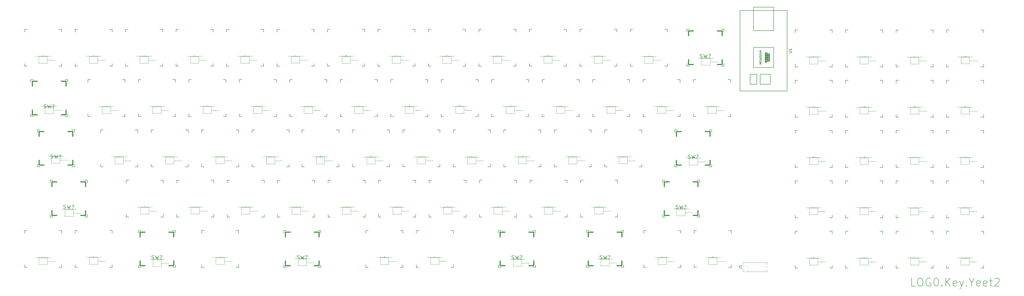
<source format=gbr>
%TF.GenerationSoftware,KiCad,Pcbnew,(5.1.9)-1*%
%TF.CreationDate,2021-05-14T10:19:55-07:00*%
%TF.ProjectId,chgray-keyboard,63686772-6179-42d6-9b65-79626f617264,rev?*%
%TF.SameCoordinates,Original*%
%TF.FileFunction,Legend,Top*%
%TF.FilePolarity,Positive*%
%FSLAX46Y46*%
G04 Gerber Fmt 4.6, Leading zero omitted, Abs format (unit mm)*
G04 Created by KiCad (PCBNEW (5.1.9)-1) date 2021-05-14 10:19:55*
%MOMM*%
%LPD*%
G01*
G04 APERTURE LIST*
%ADD10C,0.150000*%
%ADD11C,0.100000*%
%ADD12C,0.120000*%
%ADD13C,0.381000*%
%ADD14C,0.203200*%
G04 APERTURE END LIST*
D10*
X363388571Y-185659542D02*
X361960000Y-185659542D01*
X361960000Y-182659542D01*
X364960000Y-182659542D02*
X365531428Y-182659542D01*
X365817142Y-182802400D01*
X366102857Y-183088114D01*
X366245714Y-183659542D01*
X366245714Y-184659542D01*
X366102857Y-185230971D01*
X365817142Y-185516685D01*
X365531428Y-185659542D01*
X364960000Y-185659542D01*
X364674285Y-185516685D01*
X364388571Y-185230971D01*
X364245714Y-184659542D01*
X364245714Y-183659542D01*
X364388571Y-183088114D01*
X364674285Y-182802400D01*
X364960000Y-182659542D01*
X369102857Y-182802400D02*
X368817142Y-182659542D01*
X368388571Y-182659542D01*
X367960000Y-182802400D01*
X367674285Y-183088114D01*
X367531428Y-183373828D01*
X367388571Y-183945257D01*
X367388571Y-184373828D01*
X367531428Y-184945257D01*
X367674285Y-185230971D01*
X367960000Y-185516685D01*
X368388571Y-185659542D01*
X368674285Y-185659542D01*
X369102857Y-185516685D01*
X369245714Y-185373828D01*
X369245714Y-184373828D01*
X368674285Y-184373828D01*
X371102857Y-182659542D02*
X371388571Y-182659542D01*
X371674285Y-182802400D01*
X371817142Y-182945257D01*
X371960000Y-183230971D01*
X372102857Y-183802400D01*
X372102857Y-184516685D01*
X371960000Y-185088114D01*
X371817142Y-185373828D01*
X371674285Y-185516685D01*
X371388571Y-185659542D01*
X371102857Y-185659542D01*
X370817142Y-185516685D01*
X370674285Y-185373828D01*
X370531428Y-185088114D01*
X370388571Y-184516685D01*
X370388571Y-183802400D01*
X370531428Y-183230971D01*
X370674285Y-182945257D01*
X370817142Y-182802400D01*
X371102857Y-182659542D01*
X373388571Y-185373828D02*
X373531428Y-185516685D01*
X373388571Y-185659542D01*
X373245714Y-185516685D01*
X373388571Y-185373828D01*
X373388571Y-185659542D01*
X374817142Y-185659542D02*
X374817142Y-182659542D01*
X376531428Y-185659542D02*
X375245714Y-183945257D01*
X376531428Y-182659542D02*
X374817142Y-184373828D01*
X378960000Y-185516685D02*
X378674285Y-185659542D01*
X378102857Y-185659542D01*
X377817142Y-185516685D01*
X377674285Y-185230971D01*
X377674285Y-184088114D01*
X377817142Y-183802400D01*
X378102857Y-183659542D01*
X378674285Y-183659542D01*
X378960000Y-183802400D01*
X379102857Y-184088114D01*
X379102857Y-184373828D01*
X377674285Y-184659542D01*
X380102857Y-183659542D02*
X380817142Y-185659542D01*
X381531428Y-183659542D02*
X380817142Y-185659542D01*
X380531428Y-186373828D01*
X380388571Y-186516685D01*
X380102857Y-186659542D01*
X382674285Y-185373828D02*
X382817142Y-185516685D01*
X382674285Y-185659542D01*
X382531428Y-185516685D01*
X382674285Y-185373828D01*
X382674285Y-185659542D01*
X384674285Y-184230971D02*
X384674285Y-185659542D01*
X383674285Y-182659542D02*
X384674285Y-184230971D01*
X385674285Y-182659542D01*
X387817142Y-185516685D02*
X387531428Y-185659542D01*
X386960000Y-185659542D01*
X386674285Y-185516685D01*
X386531428Y-185230971D01*
X386531428Y-184088114D01*
X386674285Y-183802400D01*
X386960000Y-183659542D01*
X387531428Y-183659542D01*
X387817142Y-183802400D01*
X387960000Y-184088114D01*
X387960000Y-184373828D01*
X386531428Y-184659542D01*
X390388571Y-185516685D02*
X390102857Y-185659542D01*
X389531428Y-185659542D01*
X389245714Y-185516685D01*
X389102857Y-185230971D01*
X389102857Y-184088114D01*
X389245714Y-183802400D01*
X389531428Y-183659542D01*
X390102857Y-183659542D01*
X390388571Y-183802400D01*
X390531428Y-184088114D01*
X390531428Y-184373828D01*
X389102857Y-184659542D01*
X391388571Y-183659542D02*
X392531428Y-183659542D01*
X391817142Y-182659542D02*
X391817142Y-185230971D01*
X391960000Y-185516685D01*
X392245714Y-185659542D01*
X392531428Y-185659542D01*
X393388571Y-182945257D02*
X393531428Y-182802400D01*
X393817142Y-182659542D01*
X394531428Y-182659542D01*
X394817142Y-182802400D01*
X394960000Y-182945257D01*
X395102857Y-183230971D01*
X395102857Y-183516685D01*
X394960000Y-183945257D01*
X393245714Y-185659542D01*
X395102857Y-185659542D01*
%TO.C,U1*%
X303530000Y-109220000D02*
X303530000Y-105410000D01*
X303530000Y-105410000D02*
X300990000Y-105410000D01*
X300990000Y-105410000D02*
X300990000Y-109220000D01*
X300990000Y-109220000D02*
X303530000Y-109220000D01*
X308610000Y-109220000D02*
X308610000Y-105410000D01*
X308610000Y-105410000D02*
X306070000Y-105410000D01*
X306070000Y-105410000D02*
X304800000Y-105410000D01*
X304800000Y-105410000D02*
X304800000Y-109220000D01*
X304800000Y-109220000D02*
X308610000Y-109220000D01*
X302260000Y-95250000D02*
X302260000Y-102870000D01*
X302260000Y-102870000D02*
X309880000Y-102870000D01*
X309880000Y-102870000D02*
X309880000Y-95250000D01*
X309880000Y-95250000D02*
X302260000Y-95250000D01*
X302260000Y-88900000D02*
X302260000Y-80010000D01*
X302260000Y-80010000D02*
X309880000Y-80010000D01*
X309880000Y-80010000D02*
X309880000Y-88900000D01*
X309880000Y-88900000D02*
X302260000Y-88900000D01*
X314960000Y-81280000D02*
X314960000Y-111760000D01*
X314960000Y-111760000D02*
X297180000Y-111760000D01*
X297180000Y-111760000D02*
X297180000Y-81280000D01*
X297180000Y-81280000D02*
X314960000Y-81280000D01*
D11*
G36*
X307975000Y-99568000D02*
G01*
X307975000Y-100203000D01*
X307721000Y-100203000D01*
X307721000Y-99822000D01*
X307594000Y-99822000D01*
X307594000Y-100203000D01*
X307340000Y-100203000D01*
X307340000Y-99822000D01*
X307213000Y-99822000D01*
X307213000Y-100203000D01*
X306959000Y-100203000D01*
X306959000Y-99568000D01*
X307975000Y-99568000D01*
G37*
X307975000Y-99568000D02*
X307975000Y-100203000D01*
X307721000Y-100203000D01*
X307721000Y-99822000D01*
X307594000Y-99822000D01*
X307594000Y-100203000D01*
X307340000Y-100203000D01*
X307340000Y-99822000D01*
X307213000Y-99822000D01*
X307213000Y-100203000D01*
X306959000Y-100203000D01*
X306959000Y-99568000D01*
X307975000Y-99568000D01*
G36*
X307975000Y-100330000D02*
G01*
X306959000Y-100330000D01*
X306959000Y-100965000D01*
X307213000Y-101092000D01*
X307213000Y-100584000D01*
X307975000Y-100584000D01*
X307975000Y-100330000D01*
G37*
X307975000Y-100330000D02*
X306959000Y-100330000D01*
X306959000Y-100965000D01*
X307213000Y-101092000D01*
X307213000Y-100584000D01*
X307975000Y-100584000D01*
X307975000Y-100330000D01*
G36*
X306959000Y-99441000D02*
G01*
X307975000Y-99441000D01*
X307975000Y-98425000D01*
X306959000Y-98425000D01*
X306959000Y-98679000D01*
X307721000Y-98679000D01*
X307721000Y-98806000D01*
X306959000Y-98806000D01*
X306959000Y-99060000D01*
X307721000Y-99060000D01*
X307721000Y-99187000D01*
X306959000Y-99187000D01*
X306959000Y-99441000D01*
G37*
X306959000Y-99441000D02*
X307975000Y-99441000D01*
X307975000Y-98425000D01*
X306959000Y-98425000D01*
X306959000Y-98679000D01*
X307721000Y-98679000D01*
X307721000Y-98806000D01*
X306959000Y-98806000D01*
X306959000Y-99060000D01*
X307721000Y-99060000D01*
X307721000Y-99187000D01*
X306959000Y-99187000D01*
X306959000Y-99441000D01*
G36*
X308102000Y-100584000D02*
G01*
X308102000Y-98298000D01*
X306959000Y-98298000D01*
X306959000Y-98044000D01*
X308102000Y-98044000D01*
X308102000Y-97536000D01*
X308356000Y-97663000D01*
X308356000Y-100584000D01*
X308102000Y-100584000D01*
G37*
X308102000Y-100584000D02*
X308102000Y-98298000D01*
X306959000Y-98298000D01*
X306959000Y-98044000D01*
X308102000Y-98044000D01*
X308102000Y-97536000D01*
X308356000Y-97663000D01*
X308356000Y-100584000D01*
X308102000Y-100584000D01*
G36*
X306959000Y-97917000D02*
G01*
X307975000Y-97917000D01*
X307975000Y-97536000D01*
X306959000Y-97155000D01*
X306959000Y-97409000D01*
X307721000Y-97663000D01*
X306959000Y-97663000D01*
X306959000Y-97917000D01*
G37*
X306959000Y-97917000D02*
X307975000Y-97917000D01*
X307975000Y-97536000D01*
X306959000Y-97155000D01*
X306959000Y-97409000D01*
X307721000Y-97663000D01*
X306959000Y-97663000D01*
X306959000Y-97917000D01*
G36*
X306832000Y-97155000D02*
G01*
X306832000Y-100965000D01*
X306578000Y-100838000D01*
X306578000Y-97155000D01*
X306832000Y-97155000D01*
G37*
X306832000Y-97155000D02*
X306832000Y-100965000D01*
X306578000Y-100838000D01*
X306578000Y-97155000D01*
X306832000Y-97155000D01*
D10*
%TO.C,SW1*%
X389143000Y-107681000D02*
X389143000Y-108681000D01*
X388143000Y-121681000D02*
X389143000Y-121681000D01*
X389143000Y-107681000D02*
X388143000Y-107681000D01*
X389143000Y-120681000D02*
X389143000Y-121681000D01*
X375143000Y-121681000D02*
X375143000Y-120681000D01*
X376143000Y-107681000D02*
X375143000Y-107681000D01*
X375143000Y-121681000D02*
X376143000Y-121681000D01*
X375143000Y-108681000D02*
X375143000Y-107681000D01*
D12*
X382143000Y-117741000D02*
X382143000Y-117421000D01*
X384813000Y-119381000D02*
X385133000Y-119381000D01*
D10*
%TO.C,SW2*%
X41163000Y-164577000D02*
X41163000Y-165577000D01*
X40163000Y-178577000D02*
X41163000Y-178577000D01*
X41163000Y-164577000D02*
X40163000Y-164577000D01*
X41163000Y-177577000D02*
X41163000Y-178577000D01*
X27163000Y-178577000D02*
X27163000Y-177577000D01*
X28163000Y-164577000D02*
X27163000Y-164577000D01*
X27163000Y-178577000D02*
X28163000Y-178577000D01*
X27163000Y-165577000D02*
X27163000Y-164577000D01*
D12*
X34163000Y-174637000D02*
X34163000Y-174317000D01*
X36833000Y-176277000D02*
X37153000Y-176277000D01*
D10*
%TO.C,SW3*%
X231917000Y-145527000D02*
X231917000Y-146527000D01*
X230917000Y-159527000D02*
X231917000Y-159527000D01*
X231917000Y-145527000D02*
X230917000Y-145527000D01*
X231917000Y-158527000D02*
X231917000Y-159527000D01*
X217917000Y-159527000D02*
X217917000Y-158527000D01*
X218917000Y-145527000D02*
X217917000Y-145527000D01*
X217917000Y-159527000D02*
X218917000Y-159527000D01*
X217917000Y-146527000D02*
X217917000Y-145527000D01*
D12*
X224917000Y-155587000D02*
X224917000Y-155267000D01*
X227587000Y-157227000D02*
X227907000Y-157227000D01*
D10*
%TO.C,SW4*%
X41163000Y-88377000D02*
X41163000Y-89377000D01*
X40163000Y-102377000D02*
X41163000Y-102377000D01*
X41163000Y-88377000D02*
X40163000Y-88377000D01*
X41163000Y-101377000D02*
X41163000Y-102377000D01*
X27163000Y-102377000D02*
X27163000Y-101377000D01*
X28163000Y-88377000D02*
X27163000Y-88377000D01*
X27163000Y-102377000D02*
X28163000Y-102377000D01*
X27163000Y-89377000D02*
X27163000Y-88377000D01*
D12*
X34163000Y-98437000D02*
X34163000Y-98117000D01*
X36833000Y-100077000D02*
X37153000Y-100077000D01*
D10*
%TO.C,SW5*%
X60213000Y-88377000D02*
X60213000Y-89377000D01*
X59213000Y-102377000D02*
X60213000Y-102377000D01*
X60213000Y-88377000D02*
X59213000Y-88377000D01*
X60213000Y-101377000D02*
X60213000Y-102377000D01*
X46213000Y-102377000D02*
X46213000Y-101377000D01*
X47213000Y-88377000D02*
X46213000Y-88377000D01*
X46213000Y-102377000D02*
X47213000Y-102377000D01*
X46213000Y-89377000D02*
X46213000Y-88377000D01*
D12*
X53213000Y-98437000D02*
X53213000Y-98117000D01*
X55883000Y-100077000D02*
X56203000Y-100077000D01*
D10*
%TO.C,SW6*%
X65039000Y-107427000D02*
X65039000Y-108427000D01*
X64039000Y-121427000D02*
X65039000Y-121427000D01*
X65039000Y-107427000D02*
X64039000Y-107427000D01*
X65039000Y-120427000D02*
X65039000Y-121427000D01*
X51039000Y-121427000D02*
X51039000Y-120427000D01*
X52039000Y-107427000D02*
X51039000Y-107427000D01*
X51039000Y-121427000D02*
X52039000Y-121427000D01*
X51039000Y-108427000D02*
X51039000Y-107427000D01*
D12*
X58039000Y-117487000D02*
X58039000Y-117167000D01*
X60709000Y-119127000D02*
X61029000Y-119127000D01*
D10*
%TO.C,SW7*%
X69865000Y-126477000D02*
X69865000Y-127477000D01*
X68865000Y-140477000D02*
X69865000Y-140477000D01*
X69865000Y-126477000D02*
X68865000Y-126477000D01*
X69865000Y-139477000D02*
X69865000Y-140477000D01*
X55865000Y-140477000D02*
X55865000Y-139477000D01*
X56865000Y-126477000D02*
X55865000Y-126477000D01*
X55865000Y-140477000D02*
X56865000Y-140477000D01*
X55865000Y-127477000D02*
X55865000Y-126477000D01*
D12*
X62865000Y-136537000D02*
X62865000Y-136217000D01*
X65535000Y-138177000D02*
X65855000Y-138177000D01*
D10*
%TO.C,SW8*%
X60213000Y-164577000D02*
X60213000Y-165577000D01*
X59213000Y-178577000D02*
X60213000Y-178577000D01*
X60213000Y-164577000D02*
X59213000Y-164577000D01*
X60213000Y-177577000D02*
X60213000Y-178577000D01*
X46213000Y-178577000D02*
X46213000Y-177577000D01*
X47213000Y-164577000D02*
X46213000Y-164577000D01*
X46213000Y-178577000D02*
X47213000Y-178577000D01*
X46213000Y-165577000D02*
X46213000Y-164577000D01*
D12*
X53213000Y-174637000D02*
X53213000Y-174317000D01*
X55883000Y-176277000D02*
X56203000Y-176277000D01*
D10*
%TO.C,SW9*%
X331993000Y-145781000D02*
X331993000Y-146781000D01*
X330993000Y-159781000D02*
X331993000Y-159781000D01*
X331993000Y-145781000D02*
X330993000Y-145781000D01*
X331993000Y-158781000D02*
X331993000Y-159781000D01*
X317993000Y-159781000D02*
X317993000Y-158781000D01*
X318993000Y-145781000D02*
X317993000Y-145781000D01*
X317993000Y-159781000D02*
X318993000Y-159781000D01*
X317993000Y-146781000D02*
X317993000Y-145781000D01*
D12*
X324993000Y-155841000D02*
X324993000Y-155521000D01*
X327663000Y-157481000D02*
X327983000Y-157481000D01*
D10*
%TO.C,SW10*%
X88915000Y-126477000D02*
X88915000Y-127477000D01*
X87915000Y-140477000D02*
X88915000Y-140477000D01*
X88915000Y-126477000D02*
X87915000Y-126477000D01*
X88915000Y-139477000D02*
X88915000Y-140477000D01*
X74915000Y-140477000D02*
X74915000Y-139477000D01*
X75915000Y-126477000D02*
X74915000Y-126477000D01*
X74915000Y-140477000D02*
X75915000Y-140477000D01*
X74915000Y-127477000D02*
X74915000Y-126477000D01*
D12*
X81915000Y-136537000D02*
X81915000Y-136217000D01*
X84585000Y-138177000D02*
X84905000Y-138177000D01*
D10*
%TO.C,SW11*%
X79517000Y-145527000D02*
X79517000Y-146527000D01*
X78517000Y-159527000D02*
X79517000Y-159527000D01*
X79517000Y-145527000D02*
X78517000Y-145527000D01*
X79517000Y-158527000D02*
X79517000Y-159527000D01*
X65517000Y-159527000D02*
X65517000Y-158527000D01*
X66517000Y-145527000D02*
X65517000Y-145527000D01*
X65517000Y-159527000D02*
X66517000Y-159527000D01*
X65517000Y-146527000D02*
X65517000Y-145527000D01*
D12*
X72517000Y-155587000D02*
X72517000Y-155267000D01*
X75187000Y-157227000D02*
X75507000Y-157227000D01*
D10*
%TO.C,SW12*%
X389143000Y-126731000D02*
X389143000Y-127731000D01*
X388143000Y-140731000D02*
X389143000Y-140731000D01*
X389143000Y-126731000D02*
X388143000Y-126731000D01*
X389143000Y-139731000D02*
X389143000Y-140731000D01*
X375143000Y-140731000D02*
X375143000Y-139731000D01*
X376143000Y-126731000D02*
X375143000Y-126731000D01*
X375143000Y-140731000D02*
X376143000Y-140731000D01*
X375143000Y-127731000D02*
X375143000Y-126731000D01*
D12*
X382143000Y-136791000D02*
X382143000Y-136471000D01*
X384813000Y-138431000D02*
X385133000Y-138431000D01*
D10*
%TO.C,SW13*%
X79263000Y-88377000D02*
X79263000Y-89377000D01*
X78263000Y-102377000D02*
X79263000Y-102377000D01*
X79263000Y-88377000D02*
X78263000Y-88377000D01*
X79263000Y-101377000D02*
X79263000Y-102377000D01*
X65263000Y-102377000D02*
X65263000Y-101377000D01*
X66263000Y-88377000D02*
X65263000Y-88377000D01*
X65263000Y-102377000D02*
X66263000Y-102377000D01*
X65263000Y-89377000D02*
X65263000Y-88377000D01*
D12*
X72263000Y-98437000D02*
X72263000Y-98117000D01*
X74933000Y-100077000D02*
X75253000Y-100077000D01*
D10*
%TO.C,SW14*%
X84089000Y-107427000D02*
X84089000Y-108427000D01*
X83089000Y-121427000D02*
X84089000Y-121427000D01*
X84089000Y-107427000D02*
X83089000Y-107427000D01*
X84089000Y-120427000D02*
X84089000Y-121427000D01*
X70089000Y-121427000D02*
X70089000Y-120427000D01*
X71089000Y-107427000D02*
X70089000Y-107427000D01*
X70089000Y-121427000D02*
X71089000Y-121427000D01*
X70089000Y-108427000D02*
X70089000Y-107427000D01*
D12*
X77089000Y-117487000D02*
X77089000Y-117167000D01*
X79759000Y-119127000D02*
X80079000Y-119127000D01*
D10*
%TO.C,SW15*%
X98313000Y-88377000D02*
X98313000Y-89377000D01*
X97313000Y-102377000D02*
X98313000Y-102377000D01*
X98313000Y-88377000D02*
X97313000Y-88377000D01*
X98313000Y-101377000D02*
X98313000Y-102377000D01*
X84313000Y-102377000D02*
X84313000Y-101377000D01*
X85313000Y-88377000D02*
X84313000Y-88377000D01*
X84313000Y-102377000D02*
X85313000Y-102377000D01*
X84313000Y-89377000D02*
X84313000Y-88377000D01*
D12*
X91313000Y-98437000D02*
X91313000Y-98117000D01*
X93983000Y-100077000D02*
X94303000Y-100077000D01*
D10*
%TO.C,SW16*%
X103139000Y-107427000D02*
X103139000Y-108427000D01*
X102139000Y-121427000D02*
X103139000Y-121427000D01*
X103139000Y-107427000D02*
X102139000Y-107427000D01*
X103139000Y-120427000D02*
X103139000Y-121427000D01*
X89139000Y-121427000D02*
X89139000Y-120427000D01*
X90139000Y-107427000D02*
X89139000Y-107427000D01*
X89139000Y-121427000D02*
X90139000Y-121427000D01*
X89139000Y-108427000D02*
X89139000Y-107427000D01*
D12*
X96139000Y-117487000D02*
X96139000Y-117167000D01*
X98809000Y-119127000D02*
X99129000Y-119127000D01*
D10*
%TO.C,SW17*%
X107965000Y-126477000D02*
X107965000Y-127477000D01*
X106965000Y-140477000D02*
X107965000Y-140477000D01*
X107965000Y-126477000D02*
X106965000Y-126477000D01*
X107965000Y-139477000D02*
X107965000Y-140477000D01*
X93965000Y-140477000D02*
X93965000Y-139477000D01*
X94965000Y-126477000D02*
X93965000Y-126477000D01*
X93965000Y-140477000D02*
X94965000Y-140477000D01*
X93965000Y-127477000D02*
X93965000Y-126477000D01*
D12*
X100965000Y-136537000D02*
X100965000Y-136217000D01*
X103635000Y-138177000D02*
X103955000Y-138177000D01*
D10*
%TO.C,SW18*%
X98567000Y-145527000D02*
X98567000Y-146527000D01*
X97567000Y-159527000D02*
X98567000Y-159527000D01*
X98567000Y-145527000D02*
X97567000Y-145527000D01*
X98567000Y-158527000D02*
X98567000Y-159527000D01*
X84567000Y-159527000D02*
X84567000Y-158527000D01*
X85567000Y-145527000D02*
X84567000Y-145527000D01*
X84567000Y-159527000D02*
X85567000Y-159527000D01*
X84567000Y-146527000D02*
X84567000Y-145527000D01*
D12*
X91567000Y-155587000D02*
X91567000Y-155267000D01*
X94237000Y-157227000D02*
X94557000Y-157227000D01*
D10*
%TO.C,SW19*%
X107965000Y-164577000D02*
X107965000Y-165577000D01*
X106965000Y-178577000D02*
X107965000Y-178577000D01*
X107965000Y-164577000D02*
X106965000Y-164577000D01*
X107965000Y-177577000D02*
X107965000Y-178577000D01*
X93965000Y-178577000D02*
X93965000Y-177577000D01*
X94965000Y-164577000D02*
X93965000Y-164577000D01*
X93965000Y-178577000D02*
X94965000Y-178577000D01*
X93965000Y-165577000D02*
X93965000Y-164577000D01*
D12*
X100965000Y-174637000D02*
X100965000Y-174317000D01*
X103635000Y-176277000D02*
X103955000Y-176277000D01*
D10*
%TO.C,SW20*%
X236489000Y-107427000D02*
X236489000Y-108427000D01*
X235489000Y-121427000D02*
X236489000Y-121427000D01*
X236489000Y-107427000D02*
X235489000Y-107427000D01*
X236489000Y-120427000D02*
X236489000Y-121427000D01*
X222489000Y-121427000D02*
X222489000Y-120427000D01*
X223489000Y-107427000D02*
X222489000Y-107427000D01*
X222489000Y-121427000D02*
X223489000Y-121427000D01*
X222489000Y-108427000D02*
X222489000Y-107427000D01*
D12*
X229489000Y-117487000D02*
X229489000Y-117167000D01*
X232159000Y-119127000D02*
X232479000Y-119127000D01*
D10*
%TO.C,SW21*%
X127015000Y-126477000D02*
X127015000Y-127477000D01*
X126015000Y-140477000D02*
X127015000Y-140477000D01*
X127015000Y-126477000D02*
X126015000Y-126477000D01*
X127015000Y-139477000D02*
X127015000Y-140477000D01*
X113015000Y-140477000D02*
X113015000Y-139477000D01*
X114015000Y-126477000D02*
X113015000Y-126477000D01*
X113015000Y-140477000D02*
X114015000Y-140477000D01*
X113015000Y-127477000D02*
X113015000Y-126477000D01*
D12*
X120015000Y-136537000D02*
X120015000Y-136217000D01*
X122685000Y-138177000D02*
X123005000Y-138177000D01*
D10*
%TO.C,SW22*%
X117617000Y-145527000D02*
X117617000Y-146527000D01*
X116617000Y-159527000D02*
X117617000Y-159527000D01*
X117617000Y-145527000D02*
X116617000Y-145527000D01*
X117617000Y-158527000D02*
X117617000Y-159527000D01*
X103617000Y-159527000D02*
X103617000Y-158527000D01*
X104617000Y-145527000D02*
X103617000Y-145527000D01*
X103617000Y-159527000D02*
X104617000Y-159527000D01*
X103617000Y-146527000D02*
X103617000Y-145527000D01*
D12*
X110617000Y-155587000D02*
X110617000Y-155267000D01*
X113287000Y-157227000D02*
X113607000Y-157227000D01*
D10*
%TO.C,SW23*%
X255539000Y-107427000D02*
X255539000Y-108427000D01*
X254539000Y-121427000D02*
X255539000Y-121427000D01*
X255539000Y-107427000D02*
X254539000Y-107427000D01*
X255539000Y-120427000D02*
X255539000Y-121427000D01*
X241539000Y-121427000D02*
X241539000Y-120427000D01*
X242539000Y-107427000D02*
X241539000Y-107427000D01*
X241539000Y-121427000D02*
X242539000Y-121427000D01*
X241539000Y-108427000D02*
X241539000Y-107427000D01*
D12*
X248539000Y-117487000D02*
X248539000Y-117167000D01*
X251209000Y-119127000D02*
X251529000Y-119127000D01*
D10*
%TO.C,SW24*%
X117363000Y-88377000D02*
X117363000Y-89377000D01*
X116363000Y-102377000D02*
X117363000Y-102377000D01*
X117363000Y-88377000D02*
X116363000Y-88377000D01*
X117363000Y-101377000D02*
X117363000Y-102377000D01*
X103363000Y-102377000D02*
X103363000Y-101377000D01*
X104363000Y-88377000D02*
X103363000Y-88377000D01*
X103363000Y-102377000D02*
X104363000Y-102377000D01*
X103363000Y-89377000D02*
X103363000Y-88377000D01*
D12*
X110363000Y-98437000D02*
X110363000Y-98117000D01*
X113033000Y-100077000D02*
X113353000Y-100077000D01*
D10*
%TO.C,SW25*%
X122189000Y-107427000D02*
X122189000Y-108427000D01*
X121189000Y-121427000D02*
X122189000Y-121427000D01*
X122189000Y-107427000D02*
X121189000Y-107427000D01*
X122189000Y-120427000D02*
X122189000Y-121427000D01*
X108189000Y-121427000D02*
X108189000Y-120427000D01*
X109189000Y-107427000D02*
X108189000Y-107427000D01*
X108189000Y-121427000D02*
X109189000Y-121427000D01*
X108189000Y-108427000D02*
X108189000Y-107427000D01*
D12*
X115189000Y-117487000D02*
X115189000Y-117167000D01*
X117859000Y-119127000D02*
X118179000Y-119127000D01*
D10*
%TO.C,SW26*%
X136413000Y-88377000D02*
X136413000Y-89377000D01*
X135413000Y-102377000D02*
X136413000Y-102377000D01*
X136413000Y-88377000D02*
X135413000Y-88377000D01*
X136413000Y-101377000D02*
X136413000Y-102377000D01*
X122413000Y-102377000D02*
X122413000Y-101377000D01*
X123413000Y-88377000D02*
X122413000Y-88377000D01*
X122413000Y-102377000D02*
X123413000Y-102377000D01*
X122413000Y-89377000D02*
X122413000Y-88377000D01*
D12*
X129413000Y-98437000D02*
X129413000Y-98117000D01*
X132083000Y-100077000D02*
X132403000Y-100077000D01*
D10*
%TO.C,SW27*%
X141239000Y-107427000D02*
X141239000Y-108427000D01*
X140239000Y-121427000D02*
X141239000Y-121427000D01*
X141239000Y-107427000D02*
X140239000Y-107427000D01*
X141239000Y-120427000D02*
X141239000Y-121427000D01*
X127239000Y-121427000D02*
X127239000Y-120427000D01*
X128239000Y-107427000D02*
X127239000Y-107427000D01*
X127239000Y-121427000D02*
X128239000Y-121427000D01*
X127239000Y-108427000D02*
X127239000Y-107427000D01*
D12*
X134239000Y-117487000D02*
X134239000Y-117167000D01*
X136909000Y-119127000D02*
X137229000Y-119127000D01*
D10*
%TO.C,SW28*%
X145811000Y-126477000D02*
X145811000Y-127477000D01*
X144811000Y-140477000D02*
X145811000Y-140477000D01*
X145811000Y-126477000D02*
X144811000Y-126477000D01*
X145811000Y-139477000D02*
X145811000Y-140477000D01*
X131811000Y-140477000D02*
X131811000Y-139477000D01*
X132811000Y-126477000D02*
X131811000Y-126477000D01*
X131811000Y-140477000D02*
X132811000Y-140477000D01*
X131811000Y-127477000D02*
X131811000Y-126477000D01*
D12*
X138811000Y-136537000D02*
X138811000Y-136217000D01*
X141481000Y-138177000D02*
X141801000Y-138177000D01*
D10*
%TO.C,SW29*%
X136667000Y-145527000D02*
X136667000Y-146527000D01*
X135667000Y-159527000D02*
X136667000Y-159527000D01*
X136667000Y-145527000D02*
X135667000Y-145527000D01*
X136667000Y-158527000D02*
X136667000Y-159527000D01*
X122667000Y-159527000D02*
X122667000Y-158527000D01*
X123667000Y-145527000D02*
X122667000Y-145527000D01*
X122667000Y-159527000D02*
X123667000Y-159527000D01*
X122667000Y-146527000D02*
X122667000Y-145527000D01*
D12*
X129667000Y-155587000D02*
X129667000Y-155267000D01*
X132337000Y-157227000D02*
X132657000Y-157227000D01*
D10*
%TO.C,SW30*%
X169941000Y-164577000D02*
X169941000Y-165577000D01*
X168941000Y-178577000D02*
X169941000Y-178577000D01*
X169941000Y-164577000D02*
X168941000Y-164577000D01*
X169941000Y-177577000D02*
X169941000Y-178577000D01*
X155941000Y-178577000D02*
X155941000Y-177577000D01*
X156941000Y-164577000D02*
X155941000Y-164577000D01*
X155941000Y-178577000D02*
X156941000Y-178577000D01*
X155941000Y-165577000D02*
X155941000Y-164577000D01*
D12*
X162941000Y-174637000D02*
X162941000Y-174317000D01*
X165611000Y-176277000D02*
X165931000Y-176277000D01*
D10*
%TO.C,SW31*%
X164861000Y-126477000D02*
X164861000Y-127477000D01*
X163861000Y-140477000D02*
X164861000Y-140477000D01*
X164861000Y-126477000D02*
X163861000Y-126477000D01*
X164861000Y-139477000D02*
X164861000Y-140477000D01*
X150861000Y-140477000D02*
X150861000Y-139477000D01*
X151861000Y-126477000D02*
X150861000Y-126477000D01*
X150861000Y-140477000D02*
X151861000Y-140477000D01*
X150861000Y-127477000D02*
X150861000Y-126477000D01*
D12*
X157861000Y-136537000D02*
X157861000Y-136217000D01*
X160531000Y-138177000D02*
X160851000Y-138177000D01*
D10*
%TO.C,SW32*%
X155717000Y-145527000D02*
X155717000Y-146527000D01*
X154717000Y-159527000D02*
X155717000Y-159527000D01*
X155717000Y-145527000D02*
X154717000Y-145527000D01*
X155717000Y-158527000D02*
X155717000Y-159527000D01*
X141717000Y-159527000D02*
X141717000Y-158527000D01*
X142717000Y-145527000D02*
X141717000Y-145527000D01*
X141717000Y-159527000D02*
X142717000Y-159527000D01*
X141717000Y-146527000D02*
X141717000Y-145527000D01*
D12*
X148717000Y-155587000D02*
X148717000Y-155267000D01*
X151387000Y-157227000D02*
X151707000Y-157227000D01*
D10*
%TO.C,SW33*%
X188991000Y-164577000D02*
X188991000Y-165577000D01*
X187991000Y-178577000D02*
X188991000Y-178577000D01*
X188991000Y-164577000D02*
X187991000Y-164577000D01*
X188991000Y-177577000D02*
X188991000Y-178577000D01*
X174991000Y-178577000D02*
X174991000Y-177577000D01*
X175991000Y-164577000D02*
X174991000Y-164577000D01*
X174991000Y-178577000D02*
X175991000Y-178577000D01*
X174991000Y-165577000D02*
X174991000Y-164577000D01*
D12*
X181991000Y-174637000D02*
X181991000Y-174317000D01*
X184661000Y-176277000D02*
X184981000Y-176277000D01*
D10*
%TO.C,SW34*%
X250967000Y-145527000D02*
X250967000Y-146527000D01*
X249967000Y-159527000D02*
X250967000Y-159527000D01*
X250967000Y-145527000D02*
X249967000Y-145527000D01*
X250967000Y-158527000D02*
X250967000Y-159527000D01*
X236967000Y-159527000D02*
X236967000Y-158527000D01*
X237967000Y-145527000D02*
X236967000Y-145527000D01*
X236967000Y-159527000D02*
X237967000Y-159527000D01*
X236967000Y-146527000D02*
X236967000Y-145527000D01*
D12*
X243967000Y-155587000D02*
X243967000Y-155267000D01*
X246637000Y-157227000D02*
X246957000Y-157227000D01*
D10*
%TO.C,SW35*%
X155463000Y-88377000D02*
X155463000Y-89377000D01*
X154463000Y-102377000D02*
X155463000Y-102377000D01*
X155463000Y-88377000D02*
X154463000Y-88377000D01*
X155463000Y-101377000D02*
X155463000Y-102377000D01*
X141463000Y-102377000D02*
X141463000Y-101377000D01*
X142463000Y-88377000D02*
X141463000Y-88377000D01*
X141463000Y-102377000D02*
X142463000Y-102377000D01*
X141463000Y-89377000D02*
X141463000Y-88377000D01*
D12*
X148463000Y-98437000D02*
X148463000Y-98117000D01*
X151133000Y-100077000D02*
X151453000Y-100077000D01*
D10*
%TO.C,SW36*%
X160289000Y-107427000D02*
X160289000Y-108427000D01*
X159289000Y-121427000D02*
X160289000Y-121427000D01*
X160289000Y-107427000D02*
X159289000Y-107427000D01*
X160289000Y-120427000D02*
X160289000Y-121427000D01*
X146289000Y-121427000D02*
X146289000Y-120427000D01*
X147289000Y-107427000D02*
X146289000Y-107427000D01*
X146289000Y-121427000D02*
X147289000Y-121427000D01*
X146289000Y-108427000D02*
X146289000Y-107427000D01*
D12*
X153289000Y-117487000D02*
X153289000Y-117167000D01*
X155959000Y-119127000D02*
X156279000Y-119127000D01*
D10*
%TO.C,SW37*%
X174513000Y-88377000D02*
X174513000Y-89377000D01*
X173513000Y-102377000D02*
X174513000Y-102377000D01*
X174513000Y-88377000D02*
X173513000Y-88377000D01*
X174513000Y-101377000D02*
X174513000Y-102377000D01*
X160513000Y-102377000D02*
X160513000Y-101377000D01*
X161513000Y-88377000D02*
X160513000Y-88377000D01*
X160513000Y-102377000D02*
X161513000Y-102377000D01*
X160513000Y-89377000D02*
X160513000Y-88377000D01*
D12*
X167513000Y-98437000D02*
X167513000Y-98117000D01*
X170183000Y-100077000D02*
X170503000Y-100077000D01*
D10*
%TO.C,SW38*%
X179339000Y-107427000D02*
X179339000Y-108427000D01*
X178339000Y-121427000D02*
X179339000Y-121427000D01*
X179339000Y-107427000D02*
X178339000Y-107427000D01*
X179339000Y-120427000D02*
X179339000Y-121427000D01*
X165339000Y-121427000D02*
X165339000Y-120427000D01*
X166339000Y-107427000D02*
X165339000Y-107427000D01*
X165339000Y-121427000D02*
X166339000Y-121427000D01*
X165339000Y-108427000D02*
X165339000Y-107427000D01*
D12*
X172339000Y-117487000D02*
X172339000Y-117167000D01*
X175009000Y-119127000D02*
X175329000Y-119127000D01*
D10*
%TO.C,SW39*%
X183911000Y-126477000D02*
X183911000Y-127477000D01*
X182911000Y-140477000D02*
X183911000Y-140477000D01*
X183911000Y-126477000D02*
X182911000Y-126477000D01*
X183911000Y-139477000D02*
X183911000Y-140477000D01*
X169911000Y-140477000D02*
X169911000Y-139477000D01*
X170911000Y-126477000D02*
X169911000Y-126477000D01*
X169911000Y-140477000D02*
X170911000Y-140477000D01*
X169911000Y-127477000D02*
X169911000Y-126477000D01*
D12*
X176911000Y-136537000D02*
X176911000Y-136217000D01*
X179581000Y-138177000D02*
X179901000Y-138177000D01*
D10*
%TO.C,SW40*%
X174767000Y-145527000D02*
X174767000Y-146527000D01*
X173767000Y-159527000D02*
X174767000Y-159527000D01*
X174767000Y-145527000D02*
X173767000Y-145527000D01*
X174767000Y-158527000D02*
X174767000Y-159527000D01*
X160767000Y-159527000D02*
X160767000Y-158527000D01*
X161767000Y-145527000D02*
X160767000Y-145527000D01*
X160767000Y-159527000D02*
X161767000Y-159527000D01*
X160767000Y-146527000D02*
X160767000Y-145527000D01*
D12*
X167767000Y-155587000D02*
X167767000Y-155267000D01*
X170437000Y-157227000D02*
X170757000Y-157227000D01*
D10*
%TO.C,SW41*%
X250713000Y-88377000D02*
X250713000Y-89377000D01*
X249713000Y-102377000D02*
X250713000Y-102377000D01*
X250713000Y-88377000D02*
X249713000Y-88377000D01*
X250713000Y-101377000D02*
X250713000Y-102377000D01*
X236713000Y-102377000D02*
X236713000Y-101377000D01*
X237713000Y-88377000D02*
X236713000Y-88377000D01*
X236713000Y-102377000D02*
X237713000Y-102377000D01*
X236713000Y-89377000D02*
X236713000Y-88377000D01*
D12*
X243713000Y-98437000D02*
X243713000Y-98117000D01*
X246383000Y-100077000D02*
X246703000Y-100077000D01*
D10*
%TO.C,SW42*%
X202961000Y-126477000D02*
X202961000Y-127477000D01*
X201961000Y-140477000D02*
X202961000Y-140477000D01*
X202961000Y-126477000D02*
X201961000Y-126477000D01*
X202961000Y-139477000D02*
X202961000Y-140477000D01*
X188961000Y-140477000D02*
X188961000Y-139477000D01*
X189961000Y-126477000D02*
X188961000Y-126477000D01*
X188961000Y-140477000D02*
X189961000Y-140477000D01*
X188961000Y-127477000D02*
X188961000Y-126477000D01*
D12*
X195961000Y-136537000D02*
X195961000Y-136217000D01*
X198631000Y-138177000D02*
X198951000Y-138177000D01*
D10*
%TO.C,SW43*%
X193817000Y-145527000D02*
X193817000Y-146527000D01*
X192817000Y-159527000D02*
X193817000Y-159527000D01*
X193817000Y-145527000D02*
X192817000Y-145527000D01*
X193817000Y-158527000D02*
X193817000Y-159527000D01*
X179817000Y-159527000D02*
X179817000Y-158527000D01*
X180817000Y-145527000D02*
X179817000Y-145527000D01*
X179817000Y-159527000D02*
X180817000Y-159527000D01*
X179817000Y-146527000D02*
X179817000Y-145527000D01*
D12*
X186817000Y-155587000D02*
X186817000Y-155267000D01*
X189487000Y-157227000D02*
X189807000Y-157227000D01*
D10*
%TO.C,SW45*%
X269763000Y-88377000D02*
X269763000Y-89377000D01*
X268763000Y-102377000D02*
X269763000Y-102377000D01*
X269763000Y-88377000D02*
X268763000Y-88377000D01*
X269763000Y-101377000D02*
X269763000Y-102377000D01*
X255763000Y-102377000D02*
X255763000Y-101377000D01*
X256763000Y-88377000D02*
X255763000Y-88377000D01*
X255763000Y-102377000D02*
X256763000Y-102377000D01*
X255763000Y-89377000D02*
X255763000Y-88377000D01*
D12*
X262763000Y-98437000D02*
X262763000Y-98117000D01*
X265433000Y-100077000D02*
X265753000Y-100077000D01*
D10*
%TO.C,SW46*%
X193563000Y-88377000D02*
X193563000Y-89377000D01*
X192563000Y-102377000D02*
X193563000Y-102377000D01*
X193563000Y-88377000D02*
X192563000Y-88377000D01*
X193563000Y-101377000D02*
X193563000Y-102377000D01*
X179563000Y-102377000D02*
X179563000Y-101377000D01*
X180563000Y-88377000D02*
X179563000Y-88377000D01*
X179563000Y-102377000D02*
X180563000Y-102377000D01*
X179563000Y-89377000D02*
X179563000Y-88377000D01*
D12*
X186563000Y-98437000D02*
X186563000Y-98117000D01*
X189233000Y-100077000D02*
X189553000Y-100077000D01*
D10*
%TO.C,SW47*%
X198389000Y-107427000D02*
X198389000Y-108427000D01*
X197389000Y-121427000D02*
X198389000Y-121427000D01*
X198389000Y-107427000D02*
X197389000Y-107427000D01*
X198389000Y-120427000D02*
X198389000Y-121427000D01*
X184389000Y-121427000D02*
X184389000Y-120427000D01*
X185389000Y-107427000D02*
X184389000Y-107427000D01*
X184389000Y-121427000D02*
X185389000Y-121427000D01*
X184389000Y-108427000D02*
X184389000Y-107427000D01*
D12*
X191389000Y-117487000D02*
X191389000Y-117167000D01*
X194059000Y-119127000D02*
X194379000Y-119127000D01*
D10*
%TO.C,SW48*%
X212613000Y-88377000D02*
X212613000Y-89377000D01*
X211613000Y-102377000D02*
X212613000Y-102377000D01*
X212613000Y-88377000D02*
X211613000Y-88377000D01*
X212613000Y-101377000D02*
X212613000Y-102377000D01*
X198613000Y-102377000D02*
X198613000Y-101377000D01*
X199613000Y-88377000D02*
X198613000Y-88377000D01*
X198613000Y-102377000D02*
X199613000Y-102377000D01*
X198613000Y-89377000D02*
X198613000Y-88377000D01*
D12*
X205613000Y-98437000D02*
X205613000Y-98117000D01*
X208283000Y-100077000D02*
X208603000Y-100077000D01*
D10*
%TO.C,SW49*%
X217439000Y-107427000D02*
X217439000Y-108427000D01*
X216439000Y-121427000D02*
X217439000Y-121427000D01*
X217439000Y-107427000D02*
X216439000Y-107427000D01*
X217439000Y-120427000D02*
X217439000Y-121427000D01*
X203439000Y-121427000D02*
X203439000Y-120427000D01*
X204439000Y-107427000D02*
X203439000Y-107427000D01*
X203439000Y-121427000D02*
X204439000Y-121427000D01*
X203439000Y-108427000D02*
X203439000Y-107427000D01*
D12*
X210439000Y-117487000D02*
X210439000Y-117167000D01*
X213109000Y-119127000D02*
X213429000Y-119127000D01*
D10*
%TO.C,SW50*%
X222011000Y-126477000D02*
X222011000Y-127477000D01*
X221011000Y-140477000D02*
X222011000Y-140477000D01*
X222011000Y-126477000D02*
X221011000Y-126477000D01*
X222011000Y-139477000D02*
X222011000Y-140477000D01*
X208011000Y-140477000D02*
X208011000Y-139477000D01*
X209011000Y-126477000D02*
X208011000Y-126477000D01*
X208011000Y-140477000D02*
X209011000Y-140477000D01*
X208011000Y-127477000D02*
X208011000Y-126477000D01*
D12*
X215011000Y-136537000D02*
X215011000Y-136217000D01*
X217681000Y-138177000D02*
X218001000Y-138177000D01*
D10*
%TO.C,SW51*%
X212867000Y-145527000D02*
X212867000Y-146527000D01*
X211867000Y-159527000D02*
X212867000Y-159527000D01*
X212867000Y-145527000D02*
X211867000Y-145527000D01*
X212867000Y-158527000D02*
X212867000Y-159527000D01*
X198867000Y-159527000D02*
X198867000Y-158527000D01*
X199867000Y-145527000D02*
X198867000Y-145527000D01*
X198867000Y-159527000D02*
X199867000Y-159527000D01*
X198867000Y-146527000D02*
X198867000Y-145527000D01*
D12*
X205867000Y-155587000D02*
X205867000Y-155267000D01*
X208537000Y-157227000D02*
X208857000Y-157227000D01*
D10*
%TO.C,SW53*%
X231663000Y-88377000D02*
X231663000Y-89377000D01*
X230663000Y-102377000D02*
X231663000Y-102377000D01*
X231663000Y-88377000D02*
X230663000Y-88377000D01*
X231663000Y-101377000D02*
X231663000Y-102377000D01*
X217663000Y-102377000D02*
X217663000Y-101377000D01*
X218663000Y-88377000D02*
X217663000Y-88377000D01*
X217663000Y-102377000D02*
X218663000Y-102377000D01*
X217663000Y-89377000D02*
X217663000Y-88377000D01*
D12*
X224663000Y-98437000D02*
X224663000Y-98117000D01*
X227333000Y-100077000D02*
X227653000Y-100077000D01*
D10*
%TO.C,SW54*%
X351043000Y-126731000D02*
X351043000Y-127731000D01*
X350043000Y-140731000D02*
X351043000Y-140731000D01*
X351043000Y-126731000D02*
X350043000Y-126731000D01*
X351043000Y-139731000D02*
X351043000Y-140731000D01*
X337043000Y-140731000D02*
X337043000Y-139731000D01*
X338043000Y-126731000D02*
X337043000Y-126731000D01*
X337043000Y-140731000D02*
X338043000Y-140731000D01*
X337043000Y-127731000D02*
X337043000Y-126731000D01*
D12*
X344043000Y-136791000D02*
X344043000Y-136471000D01*
X346713000Y-138431000D02*
X347033000Y-138431000D01*
D10*
%TO.C,SW55*%
X274589000Y-107427000D02*
X274589000Y-108427000D01*
X273589000Y-121427000D02*
X274589000Y-121427000D01*
X274589000Y-107427000D02*
X273589000Y-107427000D01*
X274589000Y-120427000D02*
X274589000Y-121427000D01*
X260589000Y-121427000D02*
X260589000Y-120427000D01*
X261589000Y-107427000D02*
X260589000Y-107427000D01*
X260589000Y-121427000D02*
X261589000Y-121427000D01*
X260589000Y-108427000D02*
X260589000Y-107427000D01*
D12*
X267589000Y-117487000D02*
X267589000Y-117167000D01*
X270259000Y-119127000D02*
X270579000Y-119127000D01*
D10*
%TO.C,SW56*%
X370093000Y-126731000D02*
X370093000Y-127731000D01*
X369093000Y-140731000D02*
X370093000Y-140731000D01*
X370093000Y-126731000D02*
X369093000Y-126731000D01*
X370093000Y-139731000D02*
X370093000Y-140731000D01*
X356093000Y-140731000D02*
X356093000Y-139731000D01*
X357093000Y-126731000D02*
X356093000Y-126731000D01*
X356093000Y-140731000D02*
X357093000Y-140731000D01*
X356093000Y-127731000D02*
X356093000Y-126731000D01*
D12*
X363093000Y-136791000D02*
X363093000Y-136471000D01*
X365763000Y-138431000D02*
X366083000Y-138431000D01*
D10*
%TO.C,SW57*%
X241061000Y-126477000D02*
X241061000Y-127477000D01*
X240061000Y-140477000D02*
X241061000Y-140477000D01*
X241061000Y-126477000D02*
X240061000Y-126477000D01*
X241061000Y-139477000D02*
X241061000Y-140477000D01*
X227061000Y-140477000D02*
X227061000Y-139477000D01*
X228061000Y-126477000D02*
X227061000Y-126477000D01*
X227061000Y-140477000D02*
X228061000Y-140477000D01*
X227061000Y-127477000D02*
X227061000Y-126477000D01*
D12*
X234061000Y-136537000D02*
X234061000Y-136217000D01*
X236731000Y-138177000D02*
X237051000Y-138177000D01*
D10*
%TO.C,SW58*%
X260111000Y-126477000D02*
X260111000Y-127477000D01*
X259111000Y-140477000D02*
X260111000Y-140477000D01*
X260111000Y-126477000D02*
X259111000Y-126477000D01*
X260111000Y-139477000D02*
X260111000Y-140477000D01*
X246111000Y-140477000D02*
X246111000Y-139477000D01*
X247111000Y-126477000D02*
X246111000Y-126477000D01*
X246111000Y-140477000D02*
X247111000Y-140477000D01*
X246111000Y-127477000D02*
X246111000Y-126477000D01*
D12*
X253111000Y-136537000D02*
X253111000Y-136217000D01*
X255781000Y-138177000D02*
X256101000Y-138177000D01*
D10*
%TO.C,SW59*%
X293639000Y-107427000D02*
X293639000Y-108427000D01*
X292639000Y-121427000D02*
X293639000Y-121427000D01*
X293639000Y-107427000D02*
X292639000Y-107427000D01*
X293639000Y-120427000D02*
X293639000Y-121427000D01*
X279639000Y-121427000D02*
X279639000Y-120427000D01*
X280639000Y-107427000D02*
X279639000Y-107427000D01*
X279639000Y-121427000D02*
X280639000Y-121427000D01*
X279639000Y-108427000D02*
X279639000Y-107427000D01*
D12*
X286639000Y-117487000D02*
X286639000Y-117167000D01*
X289309000Y-119127000D02*
X289629000Y-119127000D01*
D10*
%TO.C,SW61*%
X293893000Y-164577000D02*
X293893000Y-165577000D01*
X292893000Y-178577000D02*
X293893000Y-178577000D01*
X293893000Y-164577000D02*
X292893000Y-164577000D01*
X293893000Y-177577000D02*
X293893000Y-178577000D01*
X279893000Y-178577000D02*
X279893000Y-177577000D01*
X280893000Y-164577000D02*
X279893000Y-164577000D01*
X279893000Y-178577000D02*
X280893000Y-178577000D01*
X279893000Y-165577000D02*
X279893000Y-164577000D01*
D12*
X286893000Y-174637000D02*
X286893000Y-174317000D01*
X289563000Y-176277000D02*
X289883000Y-176277000D01*
D10*
%TO.C,SW62*%
X351043000Y-107681000D02*
X351043000Y-108681000D01*
X350043000Y-121681000D02*
X351043000Y-121681000D01*
X351043000Y-107681000D02*
X350043000Y-107681000D01*
X351043000Y-120681000D02*
X351043000Y-121681000D01*
X337043000Y-121681000D02*
X337043000Y-120681000D01*
X338043000Y-107681000D02*
X337043000Y-107681000D01*
X337043000Y-121681000D02*
X338043000Y-121681000D01*
X337043000Y-108681000D02*
X337043000Y-107681000D01*
D12*
X344043000Y-117741000D02*
X344043000Y-117421000D01*
X346713000Y-119381000D02*
X347033000Y-119381000D01*
D10*
%TO.C,SW63*%
X331993000Y-107681000D02*
X331993000Y-108681000D01*
X330993000Y-121681000D02*
X331993000Y-121681000D01*
X331993000Y-107681000D02*
X330993000Y-107681000D01*
X331993000Y-120681000D02*
X331993000Y-121681000D01*
X317993000Y-121681000D02*
X317993000Y-120681000D01*
X318993000Y-107681000D02*
X317993000Y-107681000D01*
X317993000Y-121681000D02*
X318993000Y-121681000D01*
X317993000Y-108681000D02*
X317993000Y-107681000D01*
D12*
X324993000Y-117741000D02*
X324993000Y-117421000D01*
X327663000Y-119381000D02*
X327983000Y-119381000D01*
D10*
%TO.C,SW60*%
X331993000Y-126731000D02*
X331993000Y-127731000D01*
X330993000Y-140731000D02*
X331993000Y-140731000D01*
X331993000Y-126731000D02*
X330993000Y-126731000D01*
X331993000Y-139731000D02*
X331993000Y-140731000D01*
X317993000Y-140731000D02*
X317993000Y-139731000D01*
X318993000Y-126731000D02*
X317993000Y-126731000D01*
X317993000Y-140731000D02*
X318993000Y-140731000D01*
X317993000Y-127731000D02*
X317993000Y-126731000D01*
D12*
X324993000Y-136791000D02*
X324993000Y-136471000D01*
X327663000Y-138431000D02*
X327983000Y-138431000D01*
D13*
%TO.C,WinKey1*%
X70739000Y-165227000D02*
X72517000Y-165227000D01*
X83439000Y-165227000D02*
X83439000Y-167005000D01*
X81661000Y-165227000D02*
X83439000Y-165227000D01*
X83439000Y-177927000D02*
X81661000Y-177927000D01*
X72517000Y-177927000D02*
X70739000Y-177927000D01*
X83439000Y-176149000D02*
X83439000Y-177927000D01*
X70739000Y-177927000D02*
X70739000Y-176149000D01*
X70739000Y-167005000D02*
X70739000Y-165227000D01*
D10*
X70099000Y-178567000D02*
X71099000Y-178567000D01*
X70099000Y-165567000D02*
X70099000Y-164567000D01*
X83099000Y-178567000D02*
X84099000Y-178567000D01*
X84099000Y-177567000D02*
X84099000Y-178567000D01*
X84099000Y-164567000D02*
X83099000Y-164567000D01*
X70099000Y-178567000D02*
X70099000Y-177567000D01*
X71099000Y-164567000D02*
X70099000Y-164567000D01*
X84099000Y-164567000D02*
X84099000Y-165567000D01*
%TO.C,TAB1*%
X43459000Y-107417000D02*
X43459000Y-108417000D01*
X30459000Y-107417000D02*
X29459000Y-107417000D01*
X29459000Y-121417000D02*
X29459000Y-120417000D01*
X43459000Y-107417000D02*
X42459000Y-107417000D01*
X43459000Y-120417000D02*
X43459000Y-121417000D01*
X42459000Y-121417000D02*
X43459000Y-121417000D01*
X29459000Y-108417000D02*
X29459000Y-107417000D01*
X29459000Y-121417000D02*
X30459000Y-121417000D01*
D13*
X30099000Y-109855000D02*
X30099000Y-108077000D01*
X30099000Y-120777000D02*
X30099000Y-118999000D01*
X42799000Y-118999000D02*
X42799000Y-120777000D01*
X31877000Y-120777000D02*
X30099000Y-120777000D01*
X42799000Y-120777000D02*
X41021000Y-120777000D01*
X41021000Y-108077000D02*
X42799000Y-108077000D01*
X42799000Y-108077000D02*
X42799000Y-109855000D01*
X30099000Y-108077000D02*
X31877000Y-108077000D01*
%TO.C,CAPS1*%
X32639000Y-127127000D02*
X34417000Y-127127000D01*
X45339000Y-127127000D02*
X45339000Y-128905000D01*
X43561000Y-127127000D02*
X45339000Y-127127000D01*
X45339000Y-139827000D02*
X43561000Y-139827000D01*
X34417000Y-139827000D02*
X32639000Y-139827000D01*
X45339000Y-138049000D02*
X45339000Y-139827000D01*
X32639000Y-139827000D02*
X32639000Y-138049000D01*
X32639000Y-128905000D02*
X32639000Y-127127000D01*
D10*
X31999000Y-140467000D02*
X32999000Y-140467000D01*
X31999000Y-127467000D02*
X31999000Y-126467000D01*
X44999000Y-140467000D02*
X45999000Y-140467000D01*
X45999000Y-139467000D02*
X45999000Y-140467000D01*
X45999000Y-126467000D02*
X44999000Y-126467000D01*
X31999000Y-140467000D02*
X31999000Y-139467000D01*
X32999000Y-126467000D02*
X31999000Y-126467000D01*
X45999000Y-126467000D02*
X45999000Y-127467000D01*
%TO.C,Backspace1*%
X291109000Y-88367000D02*
X291109000Y-89367000D01*
X278109000Y-88367000D02*
X277109000Y-88367000D01*
X277109000Y-102367000D02*
X277109000Y-101367000D01*
X291109000Y-88367000D02*
X290109000Y-88367000D01*
X291109000Y-101367000D02*
X291109000Y-102367000D01*
X290109000Y-102367000D02*
X291109000Y-102367000D01*
X277109000Y-89367000D02*
X277109000Y-88367000D01*
X277109000Y-102367000D02*
X278109000Y-102367000D01*
D13*
X277749000Y-90805000D02*
X277749000Y-89027000D01*
X277749000Y-101727000D02*
X277749000Y-99949000D01*
X290449000Y-99949000D02*
X290449000Y-101727000D01*
X279527000Y-101727000D02*
X277749000Y-101727000D01*
X290449000Y-101727000D02*
X288671000Y-101727000D01*
X288671000Y-89027000D02*
X290449000Y-89027000D01*
X290449000Y-89027000D02*
X290449000Y-90805000D01*
X277749000Y-89027000D02*
X279527000Y-89027000D01*
D10*
%TO.C,RIGHT-SHIFT1*%
X281965000Y-145517000D02*
X281965000Y-146517000D01*
X268965000Y-145517000D02*
X267965000Y-145517000D01*
X267965000Y-159517000D02*
X267965000Y-158517000D01*
X281965000Y-145517000D02*
X280965000Y-145517000D01*
X281965000Y-158517000D02*
X281965000Y-159517000D01*
X280965000Y-159517000D02*
X281965000Y-159517000D01*
X267965000Y-146517000D02*
X267965000Y-145517000D01*
X267965000Y-159517000D02*
X268965000Y-159517000D01*
D13*
X268605000Y-147955000D02*
X268605000Y-146177000D01*
X268605000Y-158877000D02*
X268605000Y-157099000D01*
X281305000Y-157099000D02*
X281305000Y-158877000D01*
X270383000Y-158877000D02*
X268605000Y-158877000D01*
X281305000Y-158877000D02*
X279527000Y-158877000D01*
X279527000Y-146177000D02*
X281305000Y-146177000D01*
X281305000Y-146177000D02*
X281305000Y-147955000D01*
X268605000Y-146177000D02*
X270383000Y-146177000D01*
D10*
%TO.C,LEFT-SPACE1*%
X138963000Y-164567000D02*
X138963000Y-165567000D01*
X125963000Y-164567000D02*
X124963000Y-164567000D01*
X124963000Y-178567000D02*
X124963000Y-177567000D01*
X138963000Y-164567000D02*
X137963000Y-164567000D01*
X138963000Y-177567000D02*
X138963000Y-178567000D01*
X137963000Y-178567000D02*
X138963000Y-178567000D01*
X124963000Y-165567000D02*
X124963000Y-164567000D01*
X124963000Y-178567000D02*
X125963000Y-178567000D01*
D13*
X125603000Y-167005000D02*
X125603000Y-165227000D01*
X125603000Y-177927000D02*
X125603000Y-176149000D01*
X138303000Y-176149000D02*
X138303000Y-177927000D01*
X127381000Y-177927000D02*
X125603000Y-177927000D01*
X138303000Y-177927000D02*
X136525000Y-177927000D01*
X136525000Y-165227000D02*
X138303000Y-165227000D01*
X138303000Y-165227000D02*
X138303000Y-167005000D01*
X125603000Y-165227000D02*
X127381000Y-165227000D01*
D10*
%TO.C,RIGHT-SPACE1*%
X219989000Y-164567000D02*
X219989000Y-165567000D01*
X206989000Y-164567000D02*
X205989000Y-164567000D01*
X205989000Y-178567000D02*
X205989000Y-177567000D01*
X219989000Y-164567000D02*
X218989000Y-164567000D01*
X219989000Y-177567000D02*
X219989000Y-178567000D01*
X218989000Y-178567000D02*
X219989000Y-178567000D01*
X205989000Y-165567000D02*
X205989000Y-164567000D01*
X205989000Y-178567000D02*
X206989000Y-178567000D01*
D13*
X206629000Y-167005000D02*
X206629000Y-165227000D01*
X206629000Y-177927000D02*
X206629000Y-176149000D01*
X219329000Y-176149000D02*
X219329000Y-177927000D01*
X208407000Y-177927000D02*
X206629000Y-177927000D01*
X219329000Y-177927000D02*
X217551000Y-177927000D01*
X217551000Y-165227000D02*
X219329000Y-165227000D01*
X219329000Y-165227000D02*
X219329000Y-167005000D01*
X206629000Y-165227000D02*
X208407000Y-165227000D01*
D10*
%TO.C,SW64*%
X351043000Y-145781000D02*
X351043000Y-146781000D01*
X350043000Y-159781000D02*
X351043000Y-159781000D01*
X351043000Y-145781000D02*
X350043000Y-145781000D01*
X351043000Y-158781000D02*
X351043000Y-159781000D01*
X337043000Y-159781000D02*
X337043000Y-158781000D01*
X338043000Y-145781000D02*
X337043000Y-145781000D01*
X337043000Y-159781000D02*
X338043000Y-159781000D01*
X337043000Y-146781000D02*
X337043000Y-145781000D01*
D12*
X344043000Y-155841000D02*
X344043000Y-155521000D01*
X346713000Y-157481000D02*
X347033000Y-157481000D01*
D10*
%TO.C,SW65*%
X331993000Y-88631000D02*
X331993000Y-89631000D01*
X330993000Y-102631000D02*
X331993000Y-102631000D01*
X331993000Y-88631000D02*
X330993000Y-88631000D01*
X331993000Y-101631000D02*
X331993000Y-102631000D01*
X317993000Y-102631000D02*
X317993000Y-101631000D01*
X318993000Y-88631000D02*
X317993000Y-88631000D01*
X317993000Y-102631000D02*
X318993000Y-102631000D01*
X317993000Y-89631000D02*
X317993000Y-88631000D01*
D12*
X324993000Y-98691000D02*
X324993000Y-98371000D01*
X327663000Y-100331000D02*
X327983000Y-100331000D01*
D10*
%TO.C,SW66*%
X389143000Y-164831000D02*
X389143000Y-165831000D01*
X388143000Y-178831000D02*
X389143000Y-178831000D01*
X389143000Y-164831000D02*
X388143000Y-164831000D01*
X389143000Y-177831000D02*
X389143000Y-178831000D01*
X375143000Y-178831000D02*
X375143000Y-177831000D01*
X376143000Y-164831000D02*
X375143000Y-164831000D01*
X375143000Y-178831000D02*
X376143000Y-178831000D01*
X375143000Y-165831000D02*
X375143000Y-164831000D01*
D12*
X382143000Y-174891000D02*
X382143000Y-174571000D01*
X384813000Y-176531000D02*
X385133000Y-176531000D01*
D10*
%TO.C,SW67*%
X370093000Y-107681000D02*
X370093000Y-108681000D01*
X369093000Y-121681000D02*
X370093000Y-121681000D01*
X370093000Y-107681000D02*
X369093000Y-107681000D01*
X370093000Y-120681000D02*
X370093000Y-121681000D01*
X356093000Y-121681000D02*
X356093000Y-120681000D01*
X357093000Y-107681000D02*
X356093000Y-107681000D01*
X356093000Y-121681000D02*
X357093000Y-121681000D01*
X356093000Y-108681000D02*
X356093000Y-107681000D01*
D12*
X363093000Y-117741000D02*
X363093000Y-117421000D01*
X365763000Y-119381000D02*
X366083000Y-119381000D01*
D10*
%TO.C,SW68*%
X370093000Y-145781000D02*
X370093000Y-146781000D01*
X369093000Y-159781000D02*
X370093000Y-159781000D01*
X370093000Y-145781000D02*
X369093000Y-145781000D01*
X370093000Y-158781000D02*
X370093000Y-159781000D01*
X356093000Y-159781000D02*
X356093000Y-158781000D01*
X357093000Y-145781000D02*
X356093000Y-145781000D01*
X356093000Y-159781000D02*
X357093000Y-159781000D01*
X356093000Y-146781000D02*
X356093000Y-145781000D01*
D12*
X363093000Y-155841000D02*
X363093000Y-155521000D01*
X365763000Y-157481000D02*
X366083000Y-157481000D01*
D10*
%TO.C,SW69*%
X389143000Y-88631000D02*
X389143000Y-89631000D01*
X388143000Y-102631000D02*
X389143000Y-102631000D01*
X389143000Y-88631000D02*
X388143000Y-88631000D01*
X389143000Y-101631000D02*
X389143000Y-102631000D01*
X375143000Y-102631000D02*
X375143000Y-101631000D01*
X376143000Y-88631000D02*
X375143000Y-88631000D01*
X375143000Y-102631000D02*
X376143000Y-102631000D01*
X375143000Y-89631000D02*
X375143000Y-88631000D01*
D12*
X382143000Y-98691000D02*
X382143000Y-98371000D01*
X384813000Y-100331000D02*
X385133000Y-100331000D01*
D10*
%TO.C,SW70*%
X370093000Y-88631000D02*
X370093000Y-89631000D01*
X369093000Y-102631000D02*
X370093000Y-102631000D01*
X370093000Y-88631000D02*
X369093000Y-88631000D01*
X370093000Y-101631000D02*
X370093000Y-102631000D01*
X356093000Y-102631000D02*
X356093000Y-101631000D01*
X357093000Y-88631000D02*
X356093000Y-88631000D01*
X356093000Y-102631000D02*
X357093000Y-102631000D01*
X356093000Y-89631000D02*
X356093000Y-88631000D01*
D12*
X363093000Y-98691000D02*
X363093000Y-98371000D01*
X365763000Y-100331000D02*
X366083000Y-100331000D01*
D10*
%TO.C,SW71*%
X370093000Y-164831000D02*
X370093000Y-165831000D01*
X369093000Y-178831000D02*
X370093000Y-178831000D01*
X370093000Y-164831000D02*
X369093000Y-164831000D01*
X370093000Y-177831000D02*
X370093000Y-178831000D01*
X356093000Y-178831000D02*
X356093000Y-177831000D01*
X357093000Y-164831000D02*
X356093000Y-164831000D01*
X356093000Y-178831000D02*
X357093000Y-178831000D01*
X356093000Y-165831000D02*
X356093000Y-164831000D01*
D12*
X363093000Y-174891000D02*
X363093000Y-174571000D01*
X365763000Y-176531000D02*
X366083000Y-176531000D01*
D10*
%TO.C,SW72*%
X351043000Y-164831000D02*
X351043000Y-165831000D01*
X350043000Y-178831000D02*
X351043000Y-178831000D01*
X351043000Y-164831000D02*
X350043000Y-164831000D01*
X351043000Y-177831000D02*
X351043000Y-178831000D01*
X337043000Y-178831000D02*
X337043000Y-177831000D01*
X338043000Y-164831000D02*
X337043000Y-164831000D01*
X337043000Y-178831000D02*
X338043000Y-178831000D01*
X337043000Y-165831000D02*
X337043000Y-164831000D01*
D12*
X344043000Y-174891000D02*
X344043000Y-174571000D01*
X346713000Y-176531000D02*
X347033000Y-176531000D01*
D10*
%TO.C,SW73*%
X331993000Y-164831000D02*
X331993000Y-165831000D01*
X330993000Y-178831000D02*
X331993000Y-178831000D01*
X331993000Y-164831000D02*
X330993000Y-164831000D01*
X331993000Y-177831000D02*
X331993000Y-178831000D01*
X317993000Y-178831000D02*
X317993000Y-177831000D01*
X318993000Y-164831000D02*
X317993000Y-164831000D01*
X317993000Y-178831000D02*
X318993000Y-178831000D01*
X317993000Y-165831000D02*
X317993000Y-164831000D01*
D12*
X324993000Y-174891000D02*
X324993000Y-174571000D01*
X327663000Y-176531000D02*
X327983000Y-176531000D01*
D10*
%TO.C,S2*%
X389143000Y-145781000D02*
X389143000Y-146781000D01*
X388143000Y-159781000D02*
X389143000Y-159781000D01*
X389143000Y-145781000D02*
X388143000Y-145781000D01*
X389143000Y-158781000D02*
X389143000Y-159781000D01*
X375143000Y-159781000D02*
X375143000Y-158781000D01*
X376143000Y-145781000D02*
X375143000Y-145781000D01*
X375143000Y-159781000D02*
X376143000Y-159781000D01*
X375143000Y-146781000D02*
X375143000Y-145781000D01*
D12*
X382143000Y-155841000D02*
X382143000Y-155521000D01*
X384813000Y-157481000D02*
X385133000Y-157481000D01*
D10*
%TO.C,S1*%
X351043000Y-88631000D02*
X351043000Y-89631000D01*
X350043000Y-102631000D02*
X351043000Y-102631000D01*
X351043000Y-88631000D02*
X350043000Y-88631000D01*
X351043000Y-101631000D02*
X351043000Y-102631000D01*
X337043000Y-102631000D02*
X337043000Y-101631000D01*
X338043000Y-88631000D02*
X337043000Y-88631000D01*
X337043000Y-102631000D02*
X338043000Y-102631000D01*
X337043000Y-89631000D02*
X337043000Y-88631000D01*
D12*
X344043000Y-98691000D02*
X344043000Y-98371000D01*
X346713000Y-100331000D02*
X347033000Y-100331000D01*
D10*
%TO.C,ENTER1*%
X286537000Y-126467000D02*
X286537000Y-127467000D01*
X273537000Y-126467000D02*
X272537000Y-126467000D01*
X272537000Y-140467000D02*
X272537000Y-139467000D01*
X286537000Y-126467000D02*
X285537000Y-126467000D01*
X286537000Y-139467000D02*
X286537000Y-140467000D01*
X285537000Y-140467000D02*
X286537000Y-140467000D01*
X272537000Y-127467000D02*
X272537000Y-126467000D01*
X272537000Y-140467000D02*
X273537000Y-140467000D01*
D13*
X273177000Y-128905000D02*
X273177000Y-127127000D01*
X273177000Y-139827000D02*
X273177000Y-138049000D01*
X285877000Y-138049000D02*
X285877000Y-139827000D01*
X274955000Y-139827000D02*
X273177000Y-139827000D01*
X285877000Y-139827000D02*
X284099000Y-139827000D01*
X284099000Y-127127000D02*
X285877000Y-127127000D01*
X285877000Y-127127000D02*
X285877000Y-128905000D01*
X273177000Y-127127000D02*
X274955000Y-127127000D01*
D10*
%TO.C,SW44*%
X253263000Y-164567000D02*
X253263000Y-165567000D01*
X240263000Y-164567000D02*
X239263000Y-164567000D01*
X239263000Y-178567000D02*
X239263000Y-177567000D01*
X253263000Y-164567000D02*
X252263000Y-164567000D01*
X253263000Y-177567000D02*
X253263000Y-178567000D01*
X252263000Y-178567000D02*
X253263000Y-178567000D01*
X239263000Y-165567000D02*
X239263000Y-164567000D01*
X239263000Y-178567000D02*
X240263000Y-178567000D01*
D13*
X239903000Y-167005000D02*
X239903000Y-165227000D01*
X239903000Y-177927000D02*
X239903000Y-176149000D01*
X252603000Y-176149000D02*
X252603000Y-177927000D01*
X241681000Y-177927000D02*
X239903000Y-177927000D01*
X252603000Y-177927000D02*
X250825000Y-177927000D01*
X250825000Y-165227000D02*
X252603000Y-165227000D01*
X252603000Y-165227000D02*
X252603000Y-167005000D01*
X239903000Y-165227000D02*
X241681000Y-165227000D01*
%TO.C,LEFT-SHIFT1*%
X37465000Y-146177000D02*
X39243000Y-146177000D01*
X50165000Y-146177000D02*
X50165000Y-147955000D01*
X48387000Y-146177000D02*
X50165000Y-146177000D01*
X50165000Y-158877000D02*
X48387000Y-158877000D01*
X39243000Y-158877000D02*
X37465000Y-158877000D01*
X50165000Y-157099000D02*
X50165000Y-158877000D01*
X37465000Y-158877000D02*
X37465000Y-157099000D01*
X37465000Y-147955000D02*
X37465000Y-146177000D01*
D10*
X36825000Y-159517000D02*
X37825000Y-159517000D01*
X36825000Y-146517000D02*
X36825000Y-145517000D01*
X49825000Y-159517000D02*
X50825000Y-159517000D01*
X50825000Y-158517000D02*
X50825000Y-159517000D01*
X50825000Y-145517000D02*
X49825000Y-145517000D01*
X36825000Y-159517000D02*
X36825000Y-158517000D01*
X37825000Y-145517000D02*
X36825000Y-145517000D01*
X50825000Y-145517000D02*
X50825000Y-146517000D01*
%TO.C,SW52*%
X274843000Y-164577000D02*
X274843000Y-165577000D01*
X273843000Y-178577000D02*
X274843000Y-178577000D01*
X274843000Y-164577000D02*
X273843000Y-164577000D01*
X274843000Y-177577000D02*
X274843000Y-178577000D01*
X260843000Y-178577000D02*
X260843000Y-177577000D01*
X261843000Y-164577000D02*
X260843000Y-164577000D01*
X260843000Y-178577000D02*
X261843000Y-178577000D01*
X260843000Y-165577000D02*
X260843000Y-164577000D01*
D12*
X267843000Y-174637000D02*
X267843000Y-174317000D01*
X270513000Y-176277000D02*
X270833000Y-176277000D01*
%TO.C,D85*%
X32563000Y-101204000D02*
X32563000Y-98674000D01*
X35773000Y-101234000D02*
X32563000Y-101234000D01*
X35763000Y-98684000D02*
X35763000Y-101224000D01*
X32563000Y-98674000D02*
X35763000Y-98674000D01*
X36163000Y-100074000D02*
X35913000Y-100074000D01*
X34163000Y-98594000D02*
X34163000Y-98154000D01*
X31263000Y-98574000D02*
X37063000Y-98574000D01*
X36183000Y-100074000D02*
X38763000Y-100074000D01*
%TO.C,D90*%
X51613000Y-101206000D02*
X51613000Y-98676000D01*
X54823000Y-101236000D02*
X51613000Y-101236000D01*
X54813000Y-98686000D02*
X54813000Y-101226000D01*
X51613000Y-98676000D02*
X54813000Y-98676000D01*
X55213000Y-100076000D02*
X54963000Y-100076000D01*
X53213000Y-98596000D02*
X53213000Y-98156000D01*
X50313000Y-98576000D02*
X56113000Y-98576000D01*
X55233000Y-100076000D02*
X57813000Y-100076000D01*
%TO.C,D95*%
X70663000Y-101204000D02*
X70663000Y-98674000D01*
X73873000Y-101234000D02*
X70663000Y-101234000D01*
X73863000Y-98684000D02*
X73863000Y-101224000D01*
X70663000Y-98674000D02*
X73863000Y-98674000D01*
X74263000Y-100074000D02*
X74013000Y-100074000D01*
X72263000Y-98594000D02*
X72263000Y-98154000D01*
X69363000Y-98574000D02*
X75163000Y-98574000D01*
X74283000Y-100074000D02*
X76863000Y-100074000D01*
%TO.C,D100*%
X89713000Y-101230000D02*
X89713000Y-98700000D01*
X92923000Y-101260000D02*
X89713000Y-101260000D01*
X92913000Y-98710000D02*
X92913000Y-101250000D01*
X89713000Y-98700000D02*
X92913000Y-98700000D01*
X93313000Y-100100000D02*
X93063000Y-100100000D01*
X91313000Y-98620000D02*
X91313000Y-98180000D01*
X88413000Y-98600000D02*
X94213000Y-98600000D01*
X93333000Y-100100000D02*
X95913000Y-100100000D01*
%TO.C,D104*%
X108763000Y-101206000D02*
X108763000Y-98676000D01*
X111973000Y-101236000D02*
X108763000Y-101236000D01*
X111963000Y-98686000D02*
X111963000Y-101226000D01*
X108763000Y-98676000D02*
X111963000Y-98676000D01*
X112363000Y-100076000D02*
X112113000Y-100076000D01*
X110363000Y-98596000D02*
X110363000Y-98156000D01*
X107463000Y-98576000D02*
X113263000Y-98576000D01*
X112383000Y-100076000D02*
X114963000Y-100076000D01*
%TO.C,D108*%
X127813000Y-101181000D02*
X127813000Y-98651000D01*
X131023000Y-101211000D02*
X127813000Y-101211000D01*
X131013000Y-98661000D02*
X131013000Y-101201000D01*
X127813000Y-98651000D02*
X131013000Y-98651000D01*
X131413000Y-100051000D02*
X131163000Y-100051000D01*
X129413000Y-98571000D02*
X129413000Y-98131000D01*
X126513000Y-98551000D02*
X132313000Y-98551000D01*
X131433000Y-100051000D02*
X134013000Y-100051000D01*
%TO.C,D112*%
X146888000Y-101206000D02*
X146888000Y-98676000D01*
X150098000Y-101236000D02*
X146888000Y-101236000D01*
X150088000Y-98686000D02*
X150088000Y-101226000D01*
X146888000Y-98676000D02*
X150088000Y-98676000D01*
X150488000Y-100076000D02*
X150238000Y-100076000D01*
X148488000Y-98596000D02*
X148488000Y-98156000D01*
X145588000Y-98576000D02*
X151388000Y-98576000D01*
X150508000Y-100076000D02*
X153088000Y-100076000D01*
%TO.C,D116*%
X165913000Y-101206000D02*
X165913000Y-98676000D01*
X169123000Y-101236000D02*
X165913000Y-101236000D01*
X169113000Y-98686000D02*
X169113000Y-101226000D01*
X165913000Y-98676000D02*
X169113000Y-98676000D01*
X169513000Y-100076000D02*
X169263000Y-100076000D01*
X167513000Y-98596000D02*
X167513000Y-98156000D01*
X164613000Y-98576000D02*
X170413000Y-98576000D01*
X169533000Y-100076000D02*
X172113000Y-100076000D01*
%TO.C,D120*%
X184938000Y-101206000D02*
X184938000Y-98676000D01*
X188148000Y-101236000D02*
X184938000Y-101236000D01*
X188138000Y-98686000D02*
X188138000Y-101226000D01*
X184938000Y-98676000D02*
X188138000Y-98676000D01*
X188538000Y-100076000D02*
X188288000Y-100076000D01*
X186538000Y-98596000D02*
X186538000Y-98156000D01*
X183638000Y-98576000D02*
X189438000Y-98576000D01*
X188558000Y-100076000D02*
X191138000Y-100076000D01*
%TO.C,D124*%
X204013000Y-101206000D02*
X204013000Y-98676000D01*
X207223000Y-101236000D02*
X204013000Y-101236000D01*
X207213000Y-98686000D02*
X207213000Y-101226000D01*
X204013000Y-98676000D02*
X207213000Y-98676000D01*
X207613000Y-100076000D02*
X207363000Y-100076000D01*
X205613000Y-98596000D02*
X205613000Y-98156000D01*
X202713000Y-98576000D02*
X208513000Y-98576000D01*
X207633000Y-100076000D02*
X210213000Y-100076000D01*
%TO.C,D128*%
X223088000Y-101181000D02*
X223088000Y-98651000D01*
X226298000Y-101211000D02*
X223088000Y-101211000D01*
X226288000Y-98661000D02*
X226288000Y-101201000D01*
X223088000Y-98651000D02*
X226288000Y-98651000D01*
X226688000Y-100051000D02*
X226438000Y-100051000D01*
X224688000Y-98571000D02*
X224688000Y-98131000D01*
X221788000Y-98551000D02*
X227588000Y-98551000D01*
X226708000Y-100051000D02*
X229288000Y-100051000D01*
%TO.C,D132*%
X242113000Y-101206000D02*
X242113000Y-98676000D01*
X245323000Y-101236000D02*
X242113000Y-101236000D01*
X245313000Y-98686000D02*
X245313000Y-101226000D01*
X242113000Y-98676000D02*
X245313000Y-98676000D01*
X245713000Y-100076000D02*
X245463000Y-100076000D01*
X243713000Y-98596000D02*
X243713000Y-98156000D01*
X240813000Y-98576000D02*
X246613000Y-98576000D01*
X245733000Y-100076000D02*
X248313000Y-100076000D01*
%TO.C,D136*%
X261138000Y-101231000D02*
X261138000Y-98701000D01*
X264348000Y-101261000D02*
X261138000Y-101261000D01*
X264338000Y-98711000D02*
X264338000Y-101251000D01*
X261138000Y-98701000D02*
X264338000Y-98701000D01*
X264738000Y-100101000D02*
X264488000Y-100101000D01*
X262738000Y-98621000D02*
X262738000Y-98181000D01*
X259838000Y-98601000D02*
X265638000Y-98601000D01*
X264758000Y-100101000D02*
X267338000Y-100101000D01*
%TO.C,D140*%
X323368000Y-101460000D02*
X323368000Y-98930000D01*
X326578000Y-101490000D02*
X323368000Y-101490000D01*
X326568000Y-98940000D02*
X326568000Y-101480000D01*
X323368000Y-98930000D02*
X326568000Y-98930000D01*
X326968000Y-100330000D02*
X326718000Y-100330000D01*
X324968000Y-98850000D02*
X324968000Y-98410000D01*
X322068000Y-98830000D02*
X327868000Y-98830000D01*
X326988000Y-100330000D02*
X329568000Y-100330000D01*
%TO.C,D144*%
X342443000Y-101460000D02*
X342443000Y-98930000D01*
X345653000Y-101490000D02*
X342443000Y-101490000D01*
X345643000Y-98940000D02*
X345643000Y-101480000D01*
X342443000Y-98930000D02*
X345643000Y-98930000D01*
X346043000Y-100330000D02*
X345793000Y-100330000D01*
X344043000Y-98850000D02*
X344043000Y-98410000D01*
X341143000Y-98830000D02*
X346943000Y-98830000D01*
X346063000Y-100330000D02*
X348643000Y-100330000D01*
%TO.C,D148*%
X361468000Y-101485000D02*
X361468000Y-98955000D01*
X364678000Y-101515000D02*
X361468000Y-101515000D01*
X364668000Y-98965000D02*
X364668000Y-101505000D01*
X361468000Y-98955000D02*
X364668000Y-98955000D01*
X365068000Y-100355000D02*
X364818000Y-100355000D01*
X363068000Y-98875000D02*
X363068000Y-98435000D01*
X360168000Y-98855000D02*
X365968000Y-98855000D01*
X365088000Y-100355000D02*
X367668000Y-100355000D01*
%TO.C,D152*%
X380568000Y-101435000D02*
X380568000Y-98905000D01*
X383778000Y-101465000D02*
X380568000Y-101465000D01*
X383768000Y-98915000D02*
X383768000Y-101455000D01*
X380568000Y-98905000D02*
X383768000Y-98905000D01*
X384168000Y-100305000D02*
X383918000Y-100305000D01*
X382168000Y-98825000D02*
X382168000Y-98385000D01*
X379268000Y-98805000D02*
X385068000Y-98805000D01*
X384188000Y-100305000D02*
X386768000Y-100305000D01*
%TO.C,D156*%
X380568000Y-120485000D02*
X380568000Y-117955000D01*
X383778000Y-120515000D02*
X380568000Y-120515000D01*
X383768000Y-117965000D02*
X383768000Y-120505000D01*
X380568000Y-117955000D02*
X383768000Y-117955000D01*
X384168000Y-119355000D02*
X383918000Y-119355000D01*
X382168000Y-117875000D02*
X382168000Y-117435000D01*
X379268000Y-117855000D02*
X385068000Y-117855000D01*
X384188000Y-119355000D02*
X386768000Y-119355000D01*
%TO.C,D160*%
X361518000Y-120485000D02*
X361518000Y-117955000D01*
X364728000Y-120515000D02*
X361518000Y-120515000D01*
X364718000Y-117965000D02*
X364718000Y-120505000D01*
X361518000Y-117955000D02*
X364718000Y-117955000D01*
X365118000Y-119355000D02*
X364868000Y-119355000D01*
X363118000Y-117875000D02*
X363118000Y-117435000D01*
X360218000Y-117855000D02*
X366018000Y-117855000D01*
X365138000Y-119355000D02*
X367718000Y-119355000D01*
%TO.C,D164*%
X342468000Y-120485000D02*
X342468000Y-117955000D01*
X345678000Y-120515000D02*
X342468000Y-120515000D01*
X345668000Y-117965000D02*
X345668000Y-120505000D01*
X342468000Y-117955000D02*
X345668000Y-117955000D01*
X346068000Y-119355000D02*
X345818000Y-119355000D01*
X344068000Y-117875000D02*
X344068000Y-117435000D01*
X341168000Y-117855000D02*
X346968000Y-117855000D01*
X346088000Y-119355000D02*
X348668000Y-119355000D01*
%TO.C,D168*%
X323393000Y-120510000D02*
X323393000Y-117980000D01*
X326603000Y-120540000D02*
X323393000Y-120540000D01*
X326593000Y-117990000D02*
X326593000Y-120530000D01*
X323393000Y-117980000D02*
X326593000Y-117980000D01*
X326993000Y-119380000D02*
X326743000Y-119380000D01*
X324993000Y-117900000D02*
X324993000Y-117460000D01*
X322093000Y-117880000D02*
X327893000Y-117880000D01*
X327013000Y-119380000D02*
X329593000Y-119380000D01*
%TO.C,D86*%
X285039000Y-120242000D02*
X285039000Y-117712000D01*
X288249000Y-120272000D02*
X285039000Y-120272000D01*
X288239000Y-117722000D02*
X288239000Y-120262000D01*
X285039000Y-117712000D02*
X288239000Y-117712000D01*
X288639000Y-119112000D02*
X288389000Y-119112000D01*
X286639000Y-117632000D02*
X286639000Y-117192000D01*
X283739000Y-117612000D02*
X289539000Y-117612000D01*
X288659000Y-119112000D02*
X291239000Y-119112000D01*
%TO.C,D91*%
X265989000Y-120242000D02*
X265989000Y-117712000D01*
X269199000Y-120272000D02*
X265989000Y-120272000D01*
X269189000Y-117722000D02*
X269189000Y-120262000D01*
X265989000Y-117712000D02*
X269189000Y-117712000D01*
X269589000Y-119112000D02*
X269339000Y-119112000D01*
X267589000Y-117632000D02*
X267589000Y-117192000D01*
X264689000Y-117612000D02*
X270489000Y-117612000D01*
X269609000Y-119112000D02*
X272189000Y-119112000D01*
%TO.C,D96*%
X246939000Y-120217000D02*
X246939000Y-117687000D01*
X250149000Y-120247000D02*
X246939000Y-120247000D01*
X250139000Y-117697000D02*
X250139000Y-120237000D01*
X246939000Y-117687000D02*
X250139000Y-117687000D01*
X250539000Y-119087000D02*
X250289000Y-119087000D01*
X248539000Y-117607000D02*
X248539000Y-117167000D01*
X245639000Y-117587000D02*
X251439000Y-117587000D01*
X250559000Y-119087000D02*
X253139000Y-119087000D01*
%TO.C,D101*%
X227889000Y-120242000D02*
X227889000Y-117712000D01*
X231099000Y-120272000D02*
X227889000Y-120272000D01*
X231089000Y-117722000D02*
X231089000Y-120262000D01*
X227889000Y-117712000D02*
X231089000Y-117712000D01*
X231489000Y-119112000D02*
X231239000Y-119112000D01*
X229489000Y-117632000D02*
X229489000Y-117192000D01*
X226589000Y-117612000D02*
X232389000Y-117612000D01*
X231509000Y-119112000D02*
X234089000Y-119112000D01*
%TO.C,D105*%
X208839000Y-120191000D02*
X208839000Y-117661000D01*
X212049000Y-120221000D02*
X208839000Y-120221000D01*
X212039000Y-117671000D02*
X212039000Y-120211000D01*
X208839000Y-117661000D02*
X212039000Y-117661000D01*
X212439000Y-119061000D02*
X212189000Y-119061000D01*
X210439000Y-117581000D02*
X210439000Y-117141000D01*
X207539000Y-117561000D02*
X213339000Y-117561000D01*
X212459000Y-119061000D02*
X215039000Y-119061000D01*
%TO.C,D109*%
X189814000Y-120166000D02*
X189814000Y-117636000D01*
X193024000Y-120196000D02*
X189814000Y-120196000D01*
X193014000Y-117646000D02*
X193014000Y-120186000D01*
X189814000Y-117636000D02*
X193014000Y-117636000D01*
X193414000Y-119036000D02*
X193164000Y-119036000D01*
X191414000Y-117556000D02*
X191414000Y-117116000D01*
X188514000Y-117536000D02*
X194314000Y-117536000D01*
X193434000Y-119036000D02*
X196014000Y-119036000D01*
%TO.C,D113*%
X170764000Y-120217000D02*
X170764000Y-117687000D01*
X173974000Y-120247000D02*
X170764000Y-120247000D01*
X173964000Y-117697000D02*
X173964000Y-120237000D01*
X170764000Y-117687000D02*
X173964000Y-117687000D01*
X174364000Y-119087000D02*
X174114000Y-119087000D01*
X172364000Y-117607000D02*
X172364000Y-117167000D01*
X169464000Y-117587000D02*
X175264000Y-117587000D01*
X174384000Y-119087000D02*
X176964000Y-119087000D01*
%TO.C,D117*%
X151689000Y-120205000D02*
X151689000Y-117675000D01*
X154899000Y-120235000D02*
X151689000Y-120235000D01*
X154889000Y-117685000D02*
X154889000Y-120225000D01*
X151689000Y-117675000D02*
X154889000Y-117675000D01*
X155289000Y-119075000D02*
X155039000Y-119075000D01*
X153289000Y-117595000D02*
X153289000Y-117155000D01*
X150389000Y-117575000D02*
X156189000Y-117575000D01*
X155309000Y-119075000D02*
X157889000Y-119075000D01*
%TO.C,D121*%
X132639000Y-120217000D02*
X132639000Y-117687000D01*
X135849000Y-120247000D02*
X132639000Y-120247000D01*
X135839000Y-117697000D02*
X135839000Y-120237000D01*
X132639000Y-117687000D02*
X135839000Y-117687000D01*
X136239000Y-119087000D02*
X135989000Y-119087000D01*
X134239000Y-117607000D02*
X134239000Y-117167000D01*
X131339000Y-117587000D02*
X137139000Y-117587000D01*
X136259000Y-119087000D02*
X138839000Y-119087000D01*
%TO.C,D125*%
X113564000Y-120191000D02*
X113564000Y-117661000D01*
X116774000Y-120221000D02*
X113564000Y-120221000D01*
X116764000Y-117671000D02*
X116764000Y-120211000D01*
X113564000Y-117661000D02*
X116764000Y-117661000D01*
X117164000Y-119061000D02*
X116914000Y-119061000D01*
X115164000Y-117581000D02*
X115164000Y-117141000D01*
X112264000Y-117561000D02*
X118064000Y-117561000D01*
X117184000Y-119061000D02*
X119764000Y-119061000D01*
%TO.C,D129*%
X94539000Y-120180000D02*
X94539000Y-117650000D01*
X97749000Y-120210000D02*
X94539000Y-120210000D01*
X97739000Y-117660000D02*
X97739000Y-120200000D01*
X94539000Y-117650000D02*
X97739000Y-117650000D01*
X98139000Y-119050000D02*
X97889000Y-119050000D01*
X96139000Y-117570000D02*
X96139000Y-117130000D01*
X93239000Y-117550000D02*
X99039000Y-117550000D01*
X98159000Y-119050000D02*
X100739000Y-119050000D01*
%TO.C,D133*%
X75489000Y-120231000D02*
X75489000Y-117701000D01*
X78699000Y-120261000D02*
X75489000Y-120261000D01*
X78689000Y-117711000D02*
X78689000Y-120251000D01*
X75489000Y-117701000D02*
X78689000Y-117701000D01*
X79089000Y-119101000D02*
X78839000Y-119101000D01*
X77089000Y-117621000D02*
X77089000Y-117181000D01*
X74189000Y-117601000D02*
X79989000Y-117601000D01*
X79109000Y-119101000D02*
X81689000Y-119101000D01*
%TO.C,D137*%
X56413600Y-120256000D02*
X56413600Y-117726000D01*
X59623600Y-120286000D02*
X56413600Y-120286000D01*
X59613600Y-117736000D02*
X59613600Y-120276000D01*
X56413600Y-117726000D02*
X59613600Y-117726000D01*
X60013600Y-119126000D02*
X59763600Y-119126000D01*
X58013600Y-117646000D02*
X58013600Y-117206000D01*
X55113600Y-117626000D02*
X60913600Y-117626000D01*
X60033600Y-119126000D02*
X62613600Y-119126000D01*
%TO.C,D141*%
X34849000Y-120256000D02*
X34849000Y-117726000D01*
X38059000Y-120286000D02*
X34849000Y-120286000D01*
X38049000Y-117736000D02*
X38049000Y-120276000D01*
X34849000Y-117726000D02*
X38049000Y-117726000D01*
X38449000Y-119126000D02*
X38199000Y-119126000D01*
X36449000Y-117646000D02*
X36449000Y-117206000D01*
X33549000Y-117626000D02*
X39349000Y-117626000D01*
X38469000Y-119126000D02*
X41049000Y-119126000D01*
%TO.C,D145*%
X37262000Y-139052000D02*
X37262000Y-136522000D01*
X40472000Y-139082000D02*
X37262000Y-139082000D01*
X40462000Y-136532000D02*
X40462000Y-139072000D01*
X37262000Y-136522000D02*
X40462000Y-136522000D01*
X40862000Y-137922000D02*
X40612000Y-137922000D01*
X38862000Y-136442000D02*
X38862000Y-136002000D01*
X35962000Y-136422000D02*
X41762000Y-136422000D01*
X40882000Y-137922000D02*
X43462000Y-137922000D01*
%TO.C,D149*%
X61265000Y-139306000D02*
X61265000Y-136776000D01*
X64475000Y-139336000D02*
X61265000Y-139336000D01*
X64465000Y-136786000D02*
X64465000Y-139326000D01*
X61265000Y-136776000D02*
X64465000Y-136776000D01*
X64865000Y-138176000D02*
X64615000Y-138176000D01*
X62865000Y-136696000D02*
X62865000Y-136256000D01*
X59965000Y-136676000D02*
X65765000Y-136676000D01*
X64885000Y-138176000D02*
X67465000Y-138176000D01*
%TO.C,D153*%
X80315000Y-139306000D02*
X80315000Y-136776000D01*
X83525000Y-139336000D02*
X80315000Y-139336000D01*
X83515000Y-136786000D02*
X83515000Y-139326000D01*
X80315000Y-136776000D02*
X83515000Y-136776000D01*
X83915000Y-138176000D02*
X83665000Y-138176000D01*
X81915000Y-136696000D02*
X81915000Y-136256000D01*
X79015000Y-136676000D02*
X84815000Y-136676000D01*
X83935000Y-138176000D02*
X86515000Y-138176000D01*
%TO.C,D157*%
X99340000Y-139281000D02*
X99340000Y-136751000D01*
X102550000Y-139311000D02*
X99340000Y-139311000D01*
X102540000Y-136761000D02*
X102540000Y-139301000D01*
X99340000Y-136751000D02*
X102540000Y-136751000D01*
X102940000Y-138151000D02*
X102690000Y-138151000D01*
X100940000Y-136671000D02*
X100940000Y-136231000D01*
X98040000Y-136651000D02*
X103840000Y-136651000D01*
X102960000Y-138151000D02*
X105540000Y-138151000D01*
%TO.C,D161*%
X118415000Y-139306000D02*
X118415000Y-136776000D01*
X121625000Y-139336000D02*
X118415000Y-139336000D01*
X121615000Y-136786000D02*
X121615000Y-139326000D01*
X118415000Y-136776000D02*
X121615000Y-136776000D01*
X122015000Y-138176000D02*
X121765000Y-138176000D01*
X120015000Y-136696000D02*
X120015000Y-136256000D01*
X117115000Y-136676000D02*
X122915000Y-136676000D01*
X122035000Y-138176000D02*
X124615000Y-138176000D01*
%TO.C,D165*%
X137236000Y-139306000D02*
X137236000Y-136776000D01*
X140446000Y-139336000D02*
X137236000Y-139336000D01*
X140436000Y-136786000D02*
X140436000Y-139326000D01*
X137236000Y-136776000D02*
X140436000Y-136776000D01*
X140836000Y-138176000D02*
X140586000Y-138176000D01*
X138836000Y-136696000D02*
X138836000Y-136256000D01*
X135936000Y-136676000D02*
X141736000Y-136676000D01*
X140856000Y-138176000D02*
X143436000Y-138176000D01*
%TO.C,D87*%
X156286000Y-139331000D02*
X156286000Y-136801000D01*
X159496000Y-139361000D02*
X156286000Y-139361000D01*
X159486000Y-136811000D02*
X159486000Y-139351000D01*
X156286000Y-136801000D02*
X159486000Y-136801000D01*
X159886000Y-138201000D02*
X159636000Y-138201000D01*
X157886000Y-136721000D02*
X157886000Y-136281000D01*
X154986000Y-136701000D02*
X160786000Y-136701000D01*
X159906000Y-138201000D02*
X162486000Y-138201000D01*
%TO.C,D92*%
X175311000Y-139317000D02*
X175311000Y-136787000D01*
X178521000Y-139347000D02*
X175311000Y-139347000D01*
X178511000Y-136797000D02*
X178511000Y-139337000D01*
X175311000Y-136787000D02*
X178511000Y-136787000D01*
X178911000Y-138187000D02*
X178661000Y-138187000D01*
X176911000Y-136707000D02*
X176911000Y-136267000D01*
X174011000Y-136687000D02*
X179811000Y-136687000D01*
X178931000Y-138187000D02*
X181511000Y-138187000D01*
%TO.C,D97*%
X194336000Y-139331000D02*
X194336000Y-136801000D01*
X197546000Y-139361000D02*
X194336000Y-139361000D01*
X197536000Y-136811000D02*
X197536000Y-139351000D01*
X194336000Y-136801000D02*
X197536000Y-136801000D01*
X197936000Y-138201000D02*
X197686000Y-138201000D01*
X195936000Y-136721000D02*
X195936000Y-136281000D01*
X193036000Y-136701000D02*
X198836000Y-136701000D01*
X197956000Y-138201000D02*
X200536000Y-138201000D01*
%TO.C,D102*%
X213436000Y-139281000D02*
X213436000Y-136751000D01*
X216646000Y-139311000D02*
X213436000Y-139311000D01*
X216636000Y-136761000D02*
X216636000Y-139301000D01*
X213436000Y-136751000D02*
X216636000Y-136751000D01*
X217036000Y-138151000D02*
X216786000Y-138151000D01*
X215036000Y-136671000D02*
X215036000Y-136231000D01*
X212136000Y-136651000D02*
X217936000Y-136651000D01*
X217056000Y-138151000D02*
X219636000Y-138151000D01*
%TO.C,D106*%
X232461000Y-139306000D02*
X232461000Y-136776000D01*
X235671000Y-139336000D02*
X232461000Y-139336000D01*
X235661000Y-136786000D02*
X235661000Y-139326000D01*
X232461000Y-136776000D02*
X235661000Y-136776000D01*
X236061000Y-138176000D02*
X235811000Y-138176000D01*
X234061000Y-136696000D02*
X234061000Y-136256000D01*
X231161000Y-136676000D02*
X236961000Y-136676000D01*
X236081000Y-138176000D02*
X238661000Y-138176000D01*
%TO.C,D110*%
X251511000Y-139292000D02*
X251511000Y-136762000D01*
X254721000Y-139322000D02*
X251511000Y-139322000D01*
X254711000Y-136772000D02*
X254711000Y-139312000D01*
X251511000Y-136762000D02*
X254711000Y-136762000D01*
X255111000Y-138162000D02*
X254861000Y-138162000D01*
X253111000Y-136682000D02*
X253111000Y-136242000D01*
X250211000Y-136662000D02*
X256011000Y-136662000D01*
X255131000Y-138162000D02*
X257711000Y-138162000D01*
%TO.C,D114*%
X277978000Y-139724000D02*
X277978000Y-137194000D01*
X281188000Y-139754000D02*
X277978000Y-139754000D01*
X281178000Y-137204000D02*
X281178000Y-139744000D01*
X277978000Y-137194000D02*
X281178000Y-137194000D01*
X281578000Y-138594000D02*
X281328000Y-138594000D01*
X279578000Y-137114000D02*
X279578000Y-136674000D01*
X276678000Y-137094000D02*
X282478000Y-137094000D01*
X281598000Y-138594000D02*
X284178000Y-138594000D01*
%TO.C,D118*%
X323444000Y-139521000D02*
X323444000Y-136991000D01*
X326654000Y-139551000D02*
X323444000Y-139551000D01*
X326644000Y-137001000D02*
X326644000Y-139541000D01*
X323444000Y-136991000D02*
X326644000Y-136991000D01*
X327044000Y-138391000D02*
X326794000Y-138391000D01*
X325044000Y-136911000D02*
X325044000Y-136471000D01*
X322144000Y-136891000D02*
X327944000Y-136891000D01*
X327064000Y-138391000D02*
X329644000Y-138391000D01*
%TO.C,D122*%
X342468000Y-139571000D02*
X342468000Y-137041000D01*
X345678000Y-139601000D02*
X342468000Y-139601000D01*
X345668000Y-137051000D02*
X345668000Y-139591000D01*
X342468000Y-137041000D02*
X345668000Y-137041000D01*
X346068000Y-138441000D02*
X345818000Y-138441000D01*
X344068000Y-136961000D02*
X344068000Y-136521000D01*
X341168000Y-136941000D02*
X346968000Y-136941000D01*
X346088000Y-138441000D02*
X348668000Y-138441000D01*
%TO.C,D126*%
X361493000Y-139546000D02*
X361493000Y-137016000D01*
X364703000Y-139576000D02*
X361493000Y-139576000D01*
X364693000Y-137026000D02*
X364693000Y-139566000D01*
X361493000Y-137016000D02*
X364693000Y-137016000D01*
X365093000Y-138416000D02*
X364843000Y-138416000D01*
X363093000Y-136936000D02*
X363093000Y-136496000D01*
X360193000Y-136916000D02*
X365993000Y-136916000D01*
X365113000Y-138416000D02*
X367693000Y-138416000D01*
%TO.C,D130*%
X380492000Y-139535000D02*
X380492000Y-137005000D01*
X383702000Y-139565000D02*
X380492000Y-139565000D01*
X383692000Y-137015000D02*
X383692000Y-139555000D01*
X380492000Y-137005000D02*
X383692000Y-137005000D01*
X384092000Y-138405000D02*
X383842000Y-138405000D01*
X382092000Y-136925000D02*
X382092000Y-136485000D01*
X379192000Y-136905000D02*
X384992000Y-136905000D01*
X384112000Y-138405000D02*
X386692000Y-138405000D01*
%TO.C,D134*%
X380492000Y-158571000D02*
X380492000Y-156041000D01*
X383702000Y-158601000D02*
X380492000Y-158601000D01*
X383692000Y-156051000D02*
X383692000Y-158591000D01*
X380492000Y-156041000D02*
X383692000Y-156041000D01*
X384092000Y-157441000D02*
X383842000Y-157441000D01*
X382092000Y-155961000D02*
X382092000Y-155521000D01*
X379192000Y-155941000D02*
X384992000Y-155941000D01*
X384112000Y-157441000D02*
X386692000Y-157441000D01*
%TO.C,D138*%
X361493000Y-158621000D02*
X361493000Y-156091000D01*
X364703000Y-158651000D02*
X361493000Y-158651000D01*
X364693000Y-156101000D02*
X364693000Y-158641000D01*
X361493000Y-156091000D02*
X364693000Y-156091000D01*
X365093000Y-157491000D02*
X364843000Y-157491000D01*
X363093000Y-156011000D02*
X363093000Y-155571000D01*
X360193000Y-155991000D02*
X365993000Y-155991000D01*
X365113000Y-157491000D02*
X367693000Y-157491000D01*
%TO.C,D142*%
X342443000Y-158545000D02*
X342443000Y-156015000D01*
X345653000Y-158575000D02*
X342443000Y-158575000D01*
X345643000Y-156025000D02*
X345643000Y-158565000D01*
X342443000Y-156015000D02*
X345643000Y-156015000D01*
X346043000Y-157415000D02*
X345793000Y-157415000D01*
X344043000Y-155935000D02*
X344043000Y-155495000D01*
X341143000Y-155915000D02*
X346943000Y-155915000D01*
X346063000Y-157415000D02*
X348643000Y-157415000D01*
%TO.C,D146*%
X323342000Y-158571000D02*
X323342000Y-156041000D01*
X326552000Y-158601000D02*
X323342000Y-158601000D01*
X326542000Y-156051000D02*
X326542000Y-158591000D01*
X323342000Y-156041000D02*
X326542000Y-156041000D01*
X326942000Y-157441000D02*
X326692000Y-157441000D01*
X324942000Y-155961000D02*
X324942000Y-155521000D01*
X322042000Y-155941000D02*
X327842000Y-155941000D01*
X326962000Y-157441000D02*
X329542000Y-157441000D01*
%TO.C,D150*%
X273228000Y-158991000D02*
X273228000Y-156461000D01*
X276438000Y-159021000D02*
X273228000Y-159021000D01*
X276428000Y-156471000D02*
X276428000Y-159011000D01*
X273228000Y-156461000D02*
X276428000Y-156461000D01*
X276828000Y-157861000D02*
X276578000Y-157861000D01*
X274828000Y-156381000D02*
X274828000Y-155941000D01*
X271928000Y-156361000D02*
X277728000Y-156361000D01*
X276848000Y-157861000D02*
X279428000Y-157861000D01*
%TO.C,D154*%
X242367000Y-158331000D02*
X242367000Y-155801000D01*
X245577000Y-158361000D02*
X242367000Y-158361000D01*
X245567000Y-155811000D02*
X245567000Y-158351000D01*
X242367000Y-155801000D02*
X245567000Y-155801000D01*
X245967000Y-157201000D02*
X245717000Y-157201000D01*
X243967000Y-155721000D02*
X243967000Y-155281000D01*
X241067000Y-155701000D02*
X246867000Y-155701000D01*
X245987000Y-157201000D02*
X248567000Y-157201000D01*
%TO.C,D158*%
X223317000Y-158356000D02*
X223317000Y-155826000D01*
X226527000Y-158386000D02*
X223317000Y-158386000D01*
X226517000Y-155836000D02*
X226517000Y-158376000D01*
X223317000Y-155826000D02*
X226517000Y-155826000D01*
X226917000Y-157226000D02*
X226667000Y-157226000D01*
X224917000Y-155746000D02*
X224917000Y-155306000D01*
X222017000Y-155726000D02*
X227817000Y-155726000D01*
X226937000Y-157226000D02*
X229517000Y-157226000D01*
%TO.C,D162*%
X204242000Y-158356000D02*
X204242000Y-155826000D01*
X207452000Y-158386000D02*
X204242000Y-158386000D01*
X207442000Y-155836000D02*
X207442000Y-158376000D01*
X204242000Y-155826000D02*
X207442000Y-155826000D01*
X207842000Y-157226000D02*
X207592000Y-157226000D01*
X205842000Y-155746000D02*
X205842000Y-155306000D01*
X202942000Y-155726000D02*
X208742000Y-155726000D01*
X207862000Y-157226000D02*
X210442000Y-157226000D01*
%TO.C,D166*%
X185217000Y-158331000D02*
X185217000Y-155801000D01*
X188427000Y-158361000D02*
X185217000Y-158361000D01*
X188417000Y-155811000D02*
X188417000Y-158351000D01*
X185217000Y-155801000D02*
X188417000Y-155801000D01*
X188817000Y-157201000D02*
X188567000Y-157201000D01*
X186817000Y-155721000D02*
X186817000Y-155281000D01*
X183917000Y-155701000D02*
X189717000Y-155701000D01*
X188837000Y-157201000D02*
X191417000Y-157201000D01*
%TO.C,D88*%
X166167000Y-158356000D02*
X166167000Y-155826000D01*
X169377000Y-158386000D02*
X166167000Y-158386000D01*
X169367000Y-155836000D02*
X169367000Y-158376000D01*
X166167000Y-155826000D02*
X169367000Y-155826000D01*
X169767000Y-157226000D02*
X169517000Y-157226000D01*
X167767000Y-155746000D02*
X167767000Y-155306000D01*
X164867000Y-155726000D02*
X170667000Y-155726000D01*
X169787000Y-157226000D02*
X172367000Y-157226000D01*
%TO.C,D93*%
X147092000Y-158356000D02*
X147092000Y-155826000D01*
X150302000Y-158386000D02*
X147092000Y-158386000D01*
X150292000Y-155836000D02*
X150292000Y-158376000D01*
X147092000Y-155826000D02*
X150292000Y-155826000D01*
X150692000Y-157226000D02*
X150442000Y-157226000D01*
X148692000Y-155746000D02*
X148692000Y-155306000D01*
X145792000Y-155726000D02*
X151592000Y-155726000D01*
X150712000Y-157226000D02*
X153292000Y-157226000D01*
%TO.C,D98*%
X128067000Y-158356000D02*
X128067000Y-155826000D01*
X131277000Y-158386000D02*
X128067000Y-158386000D01*
X131267000Y-155836000D02*
X131267000Y-158376000D01*
X128067000Y-155826000D02*
X131267000Y-155826000D01*
X131667000Y-157226000D02*
X131417000Y-157226000D01*
X129667000Y-155746000D02*
X129667000Y-155306000D01*
X126767000Y-155726000D02*
X132567000Y-155726000D01*
X131687000Y-157226000D02*
X134267000Y-157226000D01*
%TO.C,D103*%
X109017000Y-158356000D02*
X109017000Y-155826000D01*
X112227000Y-158386000D02*
X109017000Y-158386000D01*
X112217000Y-155836000D02*
X112217000Y-158376000D01*
X109017000Y-155826000D02*
X112217000Y-155826000D01*
X112617000Y-157226000D02*
X112367000Y-157226000D01*
X110617000Y-155746000D02*
X110617000Y-155306000D01*
X107717000Y-155726000D02*
X113517000Y-155726000D01*
X112637000Y-157226000D02*
X115217000Y-157226000D01*
%TO.C,D107*%
X89967000Y-158331000D02*
X89967000Y-155801000D01*
X93177000Y-158361000D02*
X89967000Y-158361000D01*
X93167000Y-155811000D02*
X93167000Y-158351000D01*
X89967000Y-155801000D02*
X93167000Y-155801000D01*
X93567000Y-157201000D02*
X93317000Y-157201000D01*
X91567000Y-155721000D02*
X91567000Y-155281000D01*
X88667000Y-155701000D02*
X94467000Y-155701000D01*
X93587000Y-157201000D02*
X96167000Y-157201000D01*
%TO.C,D111*%
X70917000Y-158331000D02*
X70917000Y-155801000D01*
X74127000Y-158361000D02*
X70917000Y-158361000D01*
X74117000Y-155811000D02*
X74117000Y-158351000D01*
X70917000Y-155801000D02*
X74117000Y-155801000D01*
X74517000Y-157201000D02*
X74267000Y-157201000D01*
X72517000Y-155721000D02*
X72517000Y-155281000D01*
X69617000Y-155701000D02*
X75417000Y-155701000D01*
X74537000Y-157201000D02*
X77117000Y-157201000D01*
%TO.C,D115*%
X42342000Y-159218000D02*
X42342000Y-156688000D01*
X45552000Y-159248000D02*
X42342000Y-159248000D01*
X45542000Y-156698000D02*
X45542000Y-159238000D01*
X42342000Y-156688000D02*
X45542000Y-156688000D01*
X45942000Y-158088000D02*
X45692000Y-158088000D01*
X43942000Y-156608000D02*
X43942000Y-156168000D01*
X41042000Y-156588000D02*
X46842000Y-156588000D01*
X45962000Y-158088000D02*
X48542000Y-158088000D01*
%TO.C,D119*%
X32563000Y-177443000D02*
X32563000Y-174913000D01*
X35773000Y-177473000D02*
X32563000Y-177473000D01*
X35763000Y-174923000D02*
X35763000Y-177463000D01*
X32563000Y-174913000D02*
X35763000Y-174913000D01*
X36163000Y-176313000D02*
X35913000Y-176313000D01*
X34163000Y-174833000D02*
X34163000Y-174393000D01*
X31263000Y-174813000D02*
X37063000Y-174813000D01*
X36183000Y-176313000D02*
X38763000Y-176313000D01*
%TO.C,D123*%
X51613000Y-177316000D02*
X51613000Y-174786000D01*
X54823000Y-177346000D02*
X51613000Y-177346000D01*
X54813000Y-174796000D02*
X54813000Y-177336000D01*
X51613000Y-174786000D02*
X54813000Y-174786000D01*
X55213000Y-176186000D02*
X54963000Y-176186000D01*
X53213000Y-174706000D02*
X53213000Y-174266000D01*
X50313000Y-174686000D02*
X56113000Y-174686000D01*
X55233000Y-176186000D02*
X57813000Y-176186000D01*
%TO.C,D127*%
X75616000Y-178168000D02*
X75616000Y-175638000D01*
X78826000Y-178198000D02*
X75616000Y-178198000D01*
X78816000Y-175648000D02*
X78816000Y-178188000D01*
X75616000Y-175638000D02*
X78816000Y-175638000D01*
X79216000Y-177038000D02*
X78966000Y-177038000D01*
X77216000Y-175558000D02*
X77216000Y-175118000D01*
X74316000Y-175538000D02*
X80116000Y-175538000D01*
X79236000Y-177038000D02*
X81816000Y-177038000D01*
%TO.C,D131*%
X99365000Y-177417000D02*
X99365000Y-174887000D01*
X102575000Y-177447000D02*
X99365000Y-177447000D01*
X102565000Y-174897000D02*
X102565000Y-177437000D01*
X99365000Y-174887000D02*
X102565000Y-174887000D01*
X102965000Y-176287000D02*
X102715000Y-176287000D01*
X100965000Y-174807000D02*
X100965000Y-174367000D01*
X98065000Y-174787000D02*
X103865000Y-174787000D01*
X102985000Y-176287000D02*
X105565000Y-176287000D01*
%TO.C,D135*%
X130378000Y-177900000D02*
X130378000Y-175370000D01*
X133588000Y-177930000D02*
X130378000Y-177930000D01*
X133578000Y-175380000D02*
X133578000Y-177920000D01*
X130378000Y-175370000D02*
X133578000Y-175370000D01*
X133978000Y-176770000D02*
X133728000Y-176770000D01*
X131978000Y-175290000D02*
X131978000Y-174850000D01*
X129078000Y-175270000D02*
X134878000Y-175270000D01*
X133998000Y-176770000D02*
X136578000Y-176770000D01*
%TO.C,D139*%
X161366000Y-177406000D02*
X161366000Y-174876000D01*
X164576000Y-177436000D02*
X161366000Y-177436000D01*
X164566000Y-174886000D02*
X164566000Y-177426000D01*
X161366000Y-174876000D02*
X164566000Y-174876000D01*
X164966000Y-176276000D02*
X164716000Y-176276000D01*
X162966000Y-174796000D02*
X162966000Y-174356000D01*
X160066000Y-174776000D02*
X165866000Y-174776000D01*
X164986000Y-176276000D02*
X167566000Y-176276000D01*
%TO.C,D143*%
X180391000Y-177367000D02*
X180391000Y-174837000D01*
X183601000Y-177397000D02*
X180391000Y-177397000D01*
X183591000Y-174847000D02*
X183591000Y-177387000D01*
X180391000Y-174837000D02*
X183591000Y-174837000D01*
X183991000Y-176237000D02*
X183741000Y-176237000D01*
X181991000Y-174757000D02*
X181991000Y-174317000D01*
X179091000Y-174737000D02*
X184891000Y-174737000D01*
X184011000Y-176237000D02*
X186591000Y-176237000D01*
%TO.C,D147*%
X211582000Y-178065000D02*
X211582000Y-175535000D01*
X214792000Y-178095000D02*
X211582000Y-178095000D01*
X214782000Y-175545000D02*
X214782000Y-178085000D01*
X211582000Y-175535000D02*
X214782000Y-175535000D01*
X215182000Y-176935000D02*
X214932000Y-176935000D01*
X213182000Y-175455000D02*
X213182000Y-175015000D01*
X210282000Y-175435000D02*
X216082000Y-175435000D01*
X215202000Y-176935000D02*
X217782000Y-176935000D01*
%TO.C,D151*%
X244653000Y-177976000D02*
X244653000Y-175446000D01*
X247863000Y-178006000D02*
X244653000Y-178006000D01*
X247853000Y-175456000D02*
X247853000Y-177996000D01*
X244653000Y-175446000D02*
X247853000Y-175446000D01*
X248253000Y-176846000D02*
X248003000Y-176846000D01*
X246253000Y-175366000D02*
X246253000Y-174926000D01*
X243353000Y-175346000D02*
X249153000Y-175346000D01*
X248273000Y-176846000D02*
X250853000Y-176846000D01*
%TO.C,D155*%
X266243000Y-177406000D02*
X266243000Y-174876000D01*
X269453000Y-177436000D02*
X266243000Y-177436000D01*
X269443000Y-174886000D02*
X269443000Y-177426000D01*
X266243000Y-174876000D02*
X269443000Y-174876000D01*
X269843000Y-176276000D02*
X269593000Y-176276000D01*
X267843000Y-174796000D02*
X267843000Y-174356000D01*
X264943000Y-174776000D02*
X270743000Y-174776000D01*
X269863000Y-176276000D02*
X272443000Y-176276000D01*
%TO.C,D159*%
X285318000Y-177417000D02*
X285318000Y-174887000D01*
X288528000Y-177447000D02*
X285318000Y-177447000D01*
X288518000Y-174897000D02*
X288518000Y-177437000D01*
X285318000Y-174887000D02*
X288518000Y-174887000D01*
X288918000Y-176287000D02*
X288668000Y-176287000D01*
X286918000Y-174807000D02*
X286918000Y-174367000D01*
X284018000Y-174787000D02*
X289818000Y-174787000D01*
X288938000Y-176287000D02*
X291518000Y-176287000D01*
%TO.C,D163*%
X323393000Y-177621000D02*
X323393000Y-175091000D01*
X326603000Y-177651000D02*
X323393000Y-177651000D01*
X326593000Y-175101000D02*
X326593000Y-177641000D01*
X323393000Y-175091000D02*
X326593000Y-175091000D01*
X326993000Y-176491000D02*
X326743000Y-176491000D01*
X324993000Y-175011000D02*
X324993000Y-174571000D01*
X322093000Y-174991000D02*
X327893000Y-174991000D01*
X327013000Y-176491000D02*
X329593000Y-176491000D01*
%TO.C,D167*%
X342443000Y-177621000D02*
X342443000Y-175091000D01*
X345653000Y-177651000D02*
X342443000Y-177651000D01*
X345643000Y-175101000D02*
X345643000Y-177641000D01*
X342443000Y-175091000D02*
X345643000Y-175091000D01*
X346043000Y-176491000D02*
X345793000Y-176491000D01*
X344043000Y-175011000D02*
X344043000Y-174571000D01*
X341143000Y-174991000D02*
X346943000Y-174991000D01*
X346063000Y-176491000D02*
X348643000Y-176491000D01*
%TO.C,D89*%
X361493000Y-177595000D02*
X361493000Y-175065000D01*
X364703000Y-177625000D02*
X361493000Y-177625000D01*
X364693000Y-175075000D02*
X364693000Y-177615000D01*
X361493000Y-175065000D02*
X364693000Y-175065000D01*
X365093000Y-176465000D02*
X364843000Y-176465000D01*
X363093000Y-174985000D02*
X363093000Y-174545000D01*
X360193000Y-174965000D02*
X365993000Y-174965000D01*
X365113000Y-176465000D02*
X367693000Y-176465000D01*
%TO.C,D94*%
X380518000Y-177595000D02*
X380518000Y-175065000D01*
X383728000Y-177625000D02*
X380518000Y-177625000D01*
X383718000Y-175075000D02*
X383718000Y-177615000D01*
X380518000Y-175065000D02*
X383718000Y-175065000D01*
X384118000Y-176465000D02*
X383868000Y-176465000D01*
X382118000Y-174985000D02*
X382118000Y-174545000D01*
X379218000Y-174965000D02*
X385018000Y-174965000D01*
X384138000Y-176465000D02*
X386718000Y-176465000D01*
%TO.C,D99*%
X282753000Y-101917000D02*
X282753000Y-99387000D01*
X285963000Y-101947000D02*
X282753000Y-101947000D01*
X285953000Y-99397000D02*
X285953000Y-101937000D01*
X282753000Y-99387000D02*
X285953000Y-99387000D01*
X286353000Y-100787000D02*
X286103000Y-100787000D01*
X284353000Y-99307000D02*
X284353000Y-98867000D01*
X281453000Y-99287000D02*
X287253000Y-99287000D01*
X286373000Y-100787000D02*
X288953000Y-100787000D01*
%TO.C,J1*%
X307400000Y-180200000D02*
X307400000Y-179377530D01*
X307400000Y-177492470D02*
X307400000Y-176670000D01*
X307400000Y-178762470D02*
X307400000Y-178107530D01*
X299845000Y-180200000D02*
X307400000Y-180200000D01*
X298390000Y-176670000D02*
X307400000Y-176670000D01*
X299845000Y-180200000D02*
X299845000Y-179633471D01*
X299845000Y-178506529D02*
X299845000Y-178363471D01*
X299791529Y-178310000D02*
X299648471Y-178310000D01*
X298521529Y-178310000D02*
X298390000Y-178310000D01*
X298390000Y-178310000D02*
X298390000Y-178107530D01*
X298390000Y-177492470D02*
X298390000Y-176670000D01*
X299085000Y-180200000D02*
X298325000Y-180200000D01*
X298325000Y-180200000D02*
X298325000Y-179070000D01*
%TO.C,U1*%
D10*
X315682380Y-97281904D02*
X316491904Y-97281904D01*
X316587142Y-97234285D01*
X316634761Y-97186666D01*
X316682380Y-97091428D01*
X316682380Y-96900952D01*
X316634761Y-96805714D01*
X316587142Y-96758095D01*
X316491904Y-96710476D01*
X315682380Y-96710476D01*
X316682380Y-95710476D02*
X316682380Y-96281904D01*
X316682380Y-95996190D02*
X315682380Y-95996190D01*
X315825238Y-96091428D01*
X315920476Y-96186666D01*
X315968095Y-96281904D01*
X305243666Y-101626666D02*
X304543666Y-101626666D01*
X305043666Y-101393333D01*
X304543666Y-101160000D01*
X305243666Y-101160000D01*
X304877000Y-100826666D02*
X304877000Y-100593333D01*
X305243666Y-100493333D02*
X305243666Y-100826666D01*
X304543666Y-100826666D01*
X304543666Y-100493333D01*
X304577000Y-99826666D02*
X304543666Y-99893333D01*
X304543666Y-99993333D01*
X304577000Y-100093333D01*
X304643666Y-100160000D01*
X304710333Y-100193333D01*
X304843666Y-100226666D01*
X304943666Y-100226666D01*
X305077000Y-100193333D01*
X305143666Y-100160000D01*
X305210333Y-100093333D01*
X305243666Y-99993333D01*
X305243666Y-99926666D01*
X305210333Y-99826666D01*
X305177000Y-99793333D01*
X304943666Y-99793333D01*
X304943666Y-99926666D01*
X305043666Y-99526666D02*
X305043666Y-99193333D01*
X305243666Y-99593333D02*
X304543666Y-99360000D01*
X305243666Y-99126666D01*
X304543666Y-98960000D02*
X304543666Y-98526666D01*
X304810333Y-98760000D01*
X304810333Y-98660000D01*
X304843666Y-98593333D01*
X304877000Y-98560000D01*
X304943666Y-98526666D01*
X305110333Y-98526666D01*
X305177000Y-98560000D01*
X305210333Y-98593333D01*
X305243666Y-98660000D01*
X305243666Y-98860000D01*
X305210333Y-98926666D01*
X305177000Y-98960000D01*
X304610333Y-98260000D02*
X304577000Y-98226666D01*
X304543666Y-98160000D01*
X304543666Y-97993333D01*
X304577000Y-97926666D01*
X304610333Y-97893333D01*
X304677000Y-97860000D01*
X304743666Y-97860000D01*
X304843666Y-97893333D01*
X305243666Y-98293333D01*
X305243666Y-97860000D01*
X304543666Y-97560000D02*
X305110333Y-97560000D01*
X305177000Y-97526666D01*
X305210333Y-97493333D01*
X305243666Y-97426666D01*
X305243666Y-97293333D01*
X305210333Y-97226666D01*
X305177000Y-97193333D01*
X305110333Y-97160000D01*
X304543666Y-97160000D01*
X304777000Y-96526666D02*
X305243666Y-96526666D01*
X304510333Y-96693333D02*
X305010333Y-96860000D01*
X305010333Y-96426666D01*
%TO.C,WinKey1*%
D14*
X75129571Y-175266047D02*
X75347285Y-175326523D01*
X75710142Y-175326523D01*
X75855285Y-175266047D01*
X75927857Y-175205571D01*
X76000428Y-175084619D01*
X76000428Y-174963666D01*
X75927857Y-174842714D01*
X75855285Y-174782238D01*
X75710142Y-174721761D01*
X75419857Y-174661285D01*
X75274714Y-174600809D01*
X75202142Y-174540333D01*
X75129571Y-174419380D01*
X75129571Y-174298428D01*
X75202142Y-174177476D01*
X75274714Y-174117000D01*
X75419857Y-174056523D01*
X75782714Y-174056523D01*
X76000428Y-174117000D01*
X76508428Y-174056523D02*
X76871285Y-175326523D01*
X77161571Y-174419380D01*
X77451857Y-175326523D01*
X77814714Y-174056523D01*
X78613000Y-175205571D02*
X78685571Y-175266047D01*
X78613000Y-175326523D01*
X78540428Y-175266047D01*
X78613000Y-175205571D01*
X78613000Y-175326523D01*
X78322714Y-174117000D02*
X78467857Y-174056523D01*
X78830714Y-174056523D01*
X78975857Y-174117000D01*
X79048428Y-174237952D01*
X79048428Y-174358904D01*
X78975857Y-174479857D01*
X78903285Y-174540333D01*
X78758142Y-174600809D01*
X78685571Y-174661285D01*
X78613000Y-174782238D01*
X78613000Y-174842714D01*
%TO.C,TAB1*%
X34489571Y-118116047D02*
X34707285Y-118176523D01*
X35070142Y-118176523D01*
X35215285Y-118116047D01*
X35287857Y-118055571D01*
X35360428Y-117934619D01*
X35360428Y-117813666D01*
X35287857Y-117692714D01*
X35215285Y-117632238D01*
X35070142Y-117571761D01*
X34779857Y-117511285D01*
X34634714Y-117450809D01*
X34562142Y-117390333D01*
X34489571Y-117269380D01*
X34489571Y-117148428D01*
X34562142Y-117027476D01*
X34634714Y-116967000D01*
X34779857Y-116906523D01*
X35142714Y-116906523D01*
X35360428Y-116967000D01*
X35868428Y-116906523D02*
X36231285Y-118176523D01*
X36521571Y-117269380D01*
X36811857Y-118176523D01*
X37174714Y-116906523D01*
X37973000Y-118055571D02*
X38045571Y-118116047D01*
X37973000Y-118176523D01*
X37900428Y-118116047D01*
X37973000Y-118055571D01*
X37973000Y-118176523D01*
X37682714Y-116967000D02*
X37827857Y-116906523D01*
X38190714Y-116906523D01*
X38335857Y-116967000D01*
X38408428Y-117087952D01*
X38408428Y-117208904D01*
X38335857Y-117329857D01*
X38263285Y-117390333D01*
X38118142Y-117450809D01*
X38045571Y-117511285D01*
X37973000Y-117632238D01*
X37973000Y-117692714D01*
%TO.C,CAPS1*%
X37029571Y-137166047D02*
X37247285Y-137226523D01*
X37610142Y-137226523D01*
X37755285Y-137166047D01*
X37827857Y-137105571D01*
X37900428Y-136984619D01*
X37900428Y-136863666D01*
X37827857Y-136742714D01*
X37755285Y-136682238D01*
X37610142Y-136621761D01*
X37319857Y-136561285D01*
X37174714Y-136500809D01*
X37102142Y-136440333D01*
X37029571Y-136319380D01*
X37029571Y-136198428D01*
X37102142Y-136077476D01*
X37174714Y-136017000D01*
X37319857Y-135956523D01*
X37682714Y-135956523D01*
X37900428Y-136017000D01*
X38408428Y-135956523D02*
X38771285Y-137226523D01*
X39061571Y-136319380D01*
X39351857Y-137226523D01*
X39714714Y-135956523D01*
X40513000Y-137105571D02*
X40585571Y-137166047D01*
X40513000Y-137226523D01*
X40440428Y-137166047D01*
X40513000Y-137105571D01*
X40513000Y-137226523D01*
X40222714Y-136017000D02*
X40367857Y-135956523D01*
X40730714Y-135956523D01*
X40875857Y-136017000D01*
X40948428Y-136137952D01*
X40948428Y-136258904D01*
X40875857Y-136379857D01*
X40803285Y-136440333D01*
X40658142Y-136500809D01*
X40585571Y-136561285D01*
X40513000Y-136682238D01*
X40513000Y-136742714D01*
%TO.C,Backspace1*%
X282139571Y-99066047D02*
X282357285Y-99126523D01*
X282720142Y-99126523D01*
X282865285Y-99066047D01*
X282937857Y-99005571D01*
X283010428Y-98884619D01*
X283010428Y-98763666D01*
X282937857Y-98642714D01*
X282865285Y-98582238D01*
X282720142Y-98521761D01*
X282429857Y-98461285D01*
X282284714Y-98400809D01*
X282212142Y-98340333D01*
X282139571Y-98219380D01*
X282139571Y-98098428D01*
X282212142Y-97977476D01*
X282284714Y-97917000D01*
X282429857Y-97856523D01*
X282792714Y-97856523D01*
X283010428Y-97917000D01*
X283518428Y-97856523D02*
X283881285Y-99126523D01*
X284171571Y-98219380D01*
X284461857Y-99126523D01*
X284824714Y-97856523D01*
X285623000Y-99005571D02*
X285695571Y-99066047D01*
X285623000Y-99126523D01*
X285550428Y-99066047D01*
X285623000Y-99005571D01*
X285623000Y-99126523D01*
X285332714Y-97917000D02*
X285477857Y-97856523D01*
X285840714Y-97856523D01*
X285985857Y-97917000D01*
X286058428Y-98037952D01*
X286058428Y-98158904D01*
X285985857Y-98279857D01*
X285913285Y-98340333D01*
X285768142Y-98400809D01*
X285695571Y-98461285D01*
X285623000Y-98582238D01*
X285623000Y-98642714D01*
%TO.C,RIGHT-SHIFT1*%
X272995571Y-156216047D02*
X273213285Y-156276523D01*
X273576142Y-156276523D01*
X273721285Y-156216047D01*
X273793857Y-156155571D01*
X273866428Y-156034619D01*
X273866428Y-155913666D01*
X273793857Y-155792714D01*
X273721285Y-155732238D01*
X273576142Y-155671761D01*
X273285857Y-155611285D01*
X273140714Y-155550809D01*
X273068142Y-155490333D01*
X272995571Y-155369380D01*
X272995571Y-155248428D01*
X273068142Y-155127476D01*
X273140714Y-155067000D01*
X273285857Y-155006523D01*
X273648714Y-155006523D01*
X273866428Y-155067000D01*
X274374428Y-155006523D02*
X274737285Y-156276523D01*
X275027571Y-155369380D01*
X275317857Y-156276523D01*
X275680714Y-155006523D01*
X276479000Y-156155571D02*
X276551571Y-156216047D01*
X276479000Y-156276523D01*
X276406428Y-156216047D01*
X276479000Y-156155571D01*
X276479000Y-156276523D01*
X276188714Y-155067000D02*
X276333857Y-155006523D01*
X276696714Y-155006523D01*
X276841857Y-155067000D01*
X276914428Y-155187952D01*
X276914428Y-155308904D01*
X276841857Y-155429857D01*
X276769285Y-155490333D01*
X276624142Y-155550809D01*
X276551571Y-155611285D01*
X276479000Y-155732238D01*
X276479000Y-155792714D01*
%TO.C,LEFT-SPACE1*%
X129993571Y-175266047D02*
X130211285Y-175326523D01*
X130574142Y-175326523D01*
X130719285Y-175266047D01*
X130791857Y-175205571D01*
X130864428Y-175084619D01*
X130864428Y-174963666D01*
X130791857Y-174842714D01*
X130719285Y-174782238D01*
X130574142Y-174721761D01*
X130283857Y-174661285D01*
X130138714Y-174600809D01*
X130066142Y-174540333D01*
X129993571Y-174419380D01*
X129993571Y-174298428D01*
X130066142Y-174177476D01*
X130138714Y-174117000D01*
X130283857Y-174056523D01*
X130646714Y-174056523D01*
X130864428Y-174117000D01*
X131372428Y-174056523D02*
X131735285Y-175326523D01*
X132025571Y-174419380D01*
X132315857Y-175326523D01*
X132678714Y-174056523D01*
X133477000Y-175205571D02*
X133549571Y-175266047D01*
X133477000Y-175326523D01*
X133404428Y-175266047D01*
X133477000Y-175205571D01*
X133477000Y-175326523D01*
X133186714Y-174117000D02*
X133331857Y-174056523D01*
X133694714Y-174056523D01*
X133839857Y-174117000D01*
X133912428Y-174237952D01*
X133912428Y-174358904D01*
X133839857Y-174479857D01*
X133767285Y-174540333D01*
X133622142Y-174600809D01*
X133549571Y-174661285D01*
X133477000Y-174782238D01*
X133477000Y-174842714D01*
%TO.C,RIGHT-SPACE1*%
X211019571Y-175266047D02*
X211237285Y-175326523D01*
X211600142Y-175326523D01*
X211745285Y-175266047D01*
X211817857Y-175205571D01*
X211890428Y-175084619D01*
X211890428Y-174963666D01*
X211817857Y-174842714D01*
X211745285Y-174782238D01*
X211600142Y-174721761D01*
X211309857Y-174661285D01*
X211164714Y-174600809D01*
X211092142Y-174540333D01*
X211019571Y-174419380D01*
X211019571Y-174298428D01*
X211092142Y-174177476D01*
X211164714Y-174117000D01*
X211309857Y-174056523D01*
X211672714Y-174056523D01*
X211890428Y-174117000D01*
X212398428Y-174056523D02*
X212761285Y-175326523D01*
X213051571Y-174419380D01*
X213341857Y-175326523D01*
X213704714Y-174056523D01*
X214503000Y-175205571D02*
X214575571Y-175266047D01*
X214503000Y-175326523D01*
X214430428Y-175266047D01*
X214503000Y-175205571D01*
X214503000Y-175326523D01*
X214212714Y-174117000D02*
X214357857Y-174056523D01*
X214720714Y-174056523D01*
X214865857Y-174117000D01*
X214938428Y-174237952D01*
X214938428Y-174358904D01*
X214865857Y-174479857D01*
X214793285Y-174540333D01*
X214648142Y-174600809D01*
X214575571Y-174661285D01*
X214503000Y-174782238D01*
X214503000Y-174842714D01*
%TO.C,ENTER1*%
X277567571Y-137166047D02*
X277785285Y-137226523D01*
X278148142Y-137226523D01*
X278293285Y-137166047D01*
X278365857Y-137105571D01*
X278438428Y-136984619D01*
X278438428Y-136863666D01*
X278365857Y-136742714D01*
X278293285Y-136682238D01*
X278148142Y-136621761D01*
X277857857Y-136561285D01*
X277712714Y-136500809D01*
X277640142Y-136440333D01*
X277567571Y-136319380D01*
X277567571Y-136198428D01*
X277640142Y-136077476D01*
X277712714Y-136017000D01*
X277857857Y-135956523D01*
X278220714Y-135956523D01*
X278438428Y-136017000D01*
X278946428Y-135956523D02*
X279309285Y-137226523D01*
X279599571Y-136319380D01*
X279889857Y-137226523D01*
X280252714Y-135956523D01*
X281051000Y-137105571D02*
X281123571Y-137166047D01*
X281051000Y-137226523D01*
X280978428Y-137166047D01*
X281051000Y-137105571D01*
X281051000Y-137226523D01*
X280760714Y-136017000D02*
X280905857Y-135956523D01*
X281268714Y-135956523D01*
X281413857Y-136017000D01*
X281486428Y-136137952D01*
X281486428Y-136258904D01*
X281413857Y-136379857D01*
X281341285Y-136440333D01*
X281196142Y-136500809D01*
X281123571Y-136561285D01*
X281051000Y-136682238D01*
X281051000Y-136742714D01*
%TO.C,SW44*%
X244293571Y-175266047D02*
X244511285Y-175326523D01*
X244874142Y-175326523D01*
X245019285Y-175266047D01*
X245091857Y-175205571D01*
X245164428Y-175084619D01*
X245164428Y-174963666D01*
X245091857Y-174842714D01*
X245019285Y-174782238D01*
X244874142Y-174721761D01*
X244583857Y-174661285D01*
X244438714Y-174600809D01*
X244366142Y-174540333D01*
X244293571Y-174419380D01*
X244293571Y-174298428D01*
X244366142Y-174177476D01*
X244438714Y-174117000D01*
X244583857Y-174056523D01*
X244946714Y-174056523D01*
X245164428Y-174117000D01*
X245672428Y-174056523D02*
X246035285Y-175326523D01*
X246325571Y-174419380D01*
X246615857Y-175326523D01*
X246978714Y-174056523D01*
X247777000Y-175205571D02*
X247849571Y-175266047D01*
X247777000Y-175326523D01*
X247704428Y-175266047D01*
X247777000Y-175205571D01*
X247777000Y-175326523D01*
X247486714Y-174117000D02*
X247631857Y-174056523D01*
X247994714Y-174056523D01*
X248139857Y-174117000D01*
X248212428Y-174237952D01*
X248212428Y-174358904D01*
X248139857Y-174479857D01*
X248067285Y-174540333D01*
X247922142Y-174600809D01*
X247849571Y-174661285D01*
X247777000Y-174782238D01*
X247777000Y-174842714D01*
%TO.C,LEFT-SHIFT1*%
X41855571Y-156216047D02*
X42073285Y-156276523D01*
X42436142Y-156276523D01*
X42581285Y-156216047D01*
X42653857Y-156155571D01*
X42726428Y-156034619D01*
X42726428Y-155913666D01*
X42653857Y-155792714D01*
X42581285Y-155732238D01*
X42436142Y-155671761D01*
X42145857Y-155611285D01*
X42000714Y-155550809D01*
X41928142Y-155490333D01*
X41855571Y-155369380D01*
X41855571Y-155248428D01*
X41928142Y-155127476D01*
X42000714Y-155067000D01*
X42145857Y-155006523D01*
X42508714Y-155006523D01*
X42726428Y-155067000D01*
X43234428Y-155006523D02*
X43597285Y-156276523D01*
X43887571Y-155369380D01*
X44177857Y-156276523D01*
X44540714Y-155006523D01*
X45339000Y-156155571D02*
X45411571Y-156216047D01*
X45339000Y-156276523D01*
X45266428Y-156216047D01*
X45339000Y-156155571D01*
X45339000Y-156276523D01*
X45048714Y-155067000D02*
X45193857Y-155006523D01*
X45556714Y-155006523D01*
X45701857Y-155067000D01*
X45774428Y-155187952D01*
X45774428Y-155308904D01*
X45701857Y-155429857D01*
X45629285Y-155490333D01*
X45484142Y-155550809D01*
X45411571Y-155611285D01*
X45339000Y-155732238D01*
X45339000Y-155792714D01*
%TO.C,J1*%
D10*
X296842380Y-178768333D02*
X297556666Y-178768333D01*
X297699523Y-178815952D01*
X297794761Y-178911190D01*
X297842380Y-179054047D01*
X297842380Y-179149285D01*
X297842380Y-177768333D02*
X297842380Y-178339761D01*
X297842380Y-178054047D02*
X296842380Y-178054047D01*
X296985238Y-178149285D01*
X297080476Y-178244523D01*
X297128095Y-178339761D01*
%TD*%
M02*

</source>
